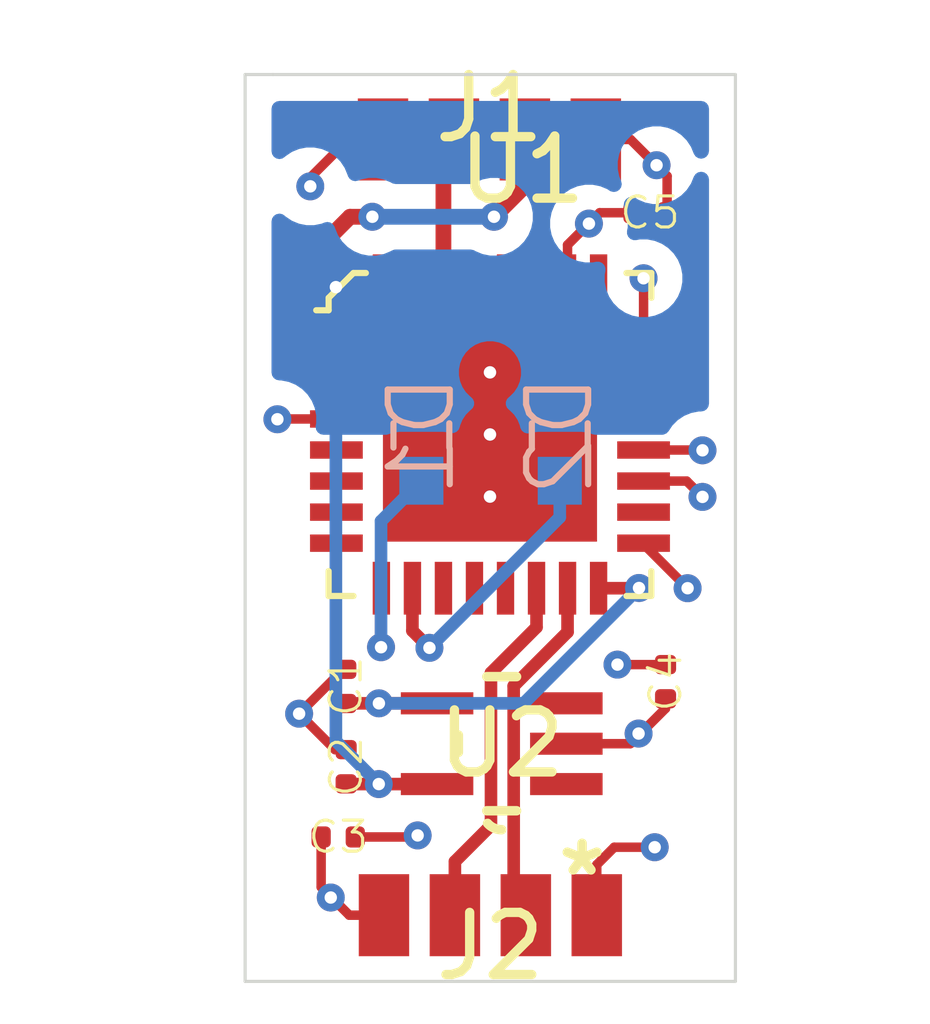
<source format=kicad_pcb>
(kicad_pcb (version 20171130) (host pcbnew "(5.1.5)-3")

  (general
    (thickness 0.8)
    (drawings 5)
    (tracks 111)
    (zones 0)
    (modules 11)
    (nets 32)
  )

  (page A4)
  (layers
    (0 F.Cu signal)
    (1 In1.Cu signal)
    (2 In2.Cu signal)
    (31 B.Cu signal)
    (32 B.Adhes user)
    (33 F.Adhes user)
    (34 B.Paste user)
    (35 F.Paste user)
    (36 B.SilkS user)
    (37 F.SilkS user)
    (38 B.Mask user)
    (39 F.Mask user)
    (40 Dwgs.User user)
    (41 Cmts.User user)
    (42 Eco1.User user)
    (43 Eco2.User user)
    (44 Edge.Cuts user)
    (45 Margin user)
    (46 B.CrtYd user)
    (47 F.CrtYd user)
    (48 B.Fab user hide)
    (49 F.Fab user hide)
  )

  (setup
    (last_trace_width 0.1524)
    (user_trace_width 0.1016)
    (user_trace_width 0.127)
    (user_trace_width 0.1524)
    (user_trace_width 0.2032)
    (user_trace_width 0.254)
    (user_trace_width 0.3048)
    (user_trace_width 0.381)
    (user_trace_width 0.508)
    (trace_clearance 0.1016)
    (zone_clearance 0.4)
    (zone_45_only no)
    (trace_min 0.1016)
    (via_size 0.35)
    (via_drill 0.15)
    (via_min_size 0.3)
    (via_min_drill 0.15)
    (user_via 0.3 0.15)
    (user_via 0.35 0.15)
    (user_via 0.45 0.2)
    (uvia_size 0.3)
    (uvia_drill 0.1)
    (uvias_allowed no)
    (uvia_min_size 0.2)
    (uvia_min_drill 0.1)
    (edge_width 0.05)
    (segment_width 0.2)
    (pcb_text_width 0.3)
    (pcb_text_size 1.5 1.5)
    (mod_edge_width 0.12)
    (mod_text_size 1 1)
    (mod_text_width 0.15)
    (pad_size 0.2 0.2)
    (pad_drill 0)
    (pad_to_mask_clearance 0.0254)
    (solder_mask_min_width 0.1016)
    (aux_axis_origin 0 0)
    (visible_elements 7FFFFFFF)
    (pcbplotparams
      (layerselection 0x010fc_ffffffff)
      (usegerberextensions false)
      (usegerberattributes false)
      (usegerberadvancedattributes false)
      (creategerberjobfile false)
      (excludeedgelayer true)
      (linewidth 0.100000)
      (plotframeref false)
      (viasonmask false)
      (mode 1)
      (useauxorigin false)
      (hpglpennumber 1)
      (hpglpenspeed 20)
      (hpglpendiameter 15.000000)
      (psnegative false)
      (psa4output false)
      (plotreference true)
      (plotvalue true)
      (plotinvisibletext false)
      (padsonsilk false)
      (subtractmaskfromsilk false)
      (outputformat 1)
      (mirror false)
      (drillshape 0)
      (scaleselection 1)
      (outputdirectory ""))
  )

  (net 0 "")
  (net 1 GND)
  (net 2 +3V3)
  (net 3 +1V8)
  (net 4 /FT-WF-URX)
  (net 5 /FT-WF-UTX)
  (net 6 VBUS)
  (net 7 /USBD-)
  (net 8 /USBD+)
  (net 9 "Net-(U1-Pad32)")
  (net 10 "Net-(U1-Pad31)")
  (net 11 "Net-(U1-Pad29)")
  (net 12 "Net-(U1-Pad28)")
  (net 13 "Net-(U1-Pad27)")
  (net 14 "Net-(U1-Pad23)")
  (net 15 "Net-(U1-Pad22)")
  (net 16 "Net-(U1-Pad21)")
  (net 17 "Net-(U1-Pad18)")
  (net 18 "Net-(U1-Pad13)")
  (net 19 "Net-(U1-Pad12)")
  (net 20 "Net-(U1-Pad11)")
  (net 21 "Net-(U1-Pad8)")
  (net 22 "Net-(U1-Pad7)")
  (net 23 "Net-(U1-Pad6)")
  (net 24 "Net-(U1-Pad5)")
  (net 25 "Net-(U1-Pad3)")
  (net 26 "Net-(U1-Pad33)")
  (net 27 "Net-(U1-Pad25)")
  (net 28 "Net-(U2-Pad1)")
  (net 29 "Net-(U2-Pad3)")
  (net 30 "Net-(D1-Pad1)")
  (net 31 "Net-(D2-Pad1)")

  (net_class Default "This is the default net class."
    (clearance 0.1016)
    (trace_width 0.1524)
    (via_dia 0.35)
    (via_drill 0.15)
    (uvia_dia 0.3)
    (uvia_drill 0.1)
    (add_net +1V8)
    (add_net +3V3)
    (add_net /FT-WF-URX)
    (add_net /FT-WF-UTX)
    (add_net /USBD+)
    (add_net /USBD-)
    (add_net GND)
    (add_net "Net-(D1-Pad1)")
    (add_net "Net-(D2-Pad1)")
    (add_net "Net-(U1-Pad11)")
    (add_net "Net-(U1-Pad12)")
    (add_net "Net-(U1-Pad13)")
    (add_net "Net-(U1-Pad18)")
    (add_net "Net-(U1-Pad21)")
    (add_net "Net-(U1-Pad22)")
    (add_net "Net-(U1-Pad23)")
    (add_net "Net-(U1-Pad25)")
    (add_net "Net-(U1-Pad27)")
    (add_net "Net-(U1-Pad28)")
    (add_net "Net-(U1-Pad29)")
    (add_net "Net-(U1-Pad3)")
    (add_net "Net-(U1-Pad31)")
    (add_net "Net-(U1-Pad32)")
    (add_net "Net-(U1-Pad33)")
    (add_net "Net-(U1-Pad5)")
    (add_net "Net-(U1-Pad6)")
    (add_net "Net-(U1-Pad7)")
    (add_net "Net-(U1-Pad8)")
    (add_net "Net-(U2-Pad1)")
    (add_net "Net-(U2-Pad3)")
    (add_net VBUS)
  )

  (module .digikey-footprints:QFN-32-1EP_5x5mm (layer F.Cu) (tedit 5F65BAA7) (tstamp 5F466F01)
    (at 148.41562 97.44506)
    (path /5F31BDA9)
    (attr smd)
    (fp_text reference U1 (at 0 -4.71) (layer F.SilkS)
      (effects (font (size 1 1) (thickness 0.15)))
    )
    (fp_text value FT232RQ-REEL (at 0 4.51) (layer F.Fab)
      (effects (font (size 1 1) (thickness 0.15)))
    )
    (fp_line (start 1.98 2.05) (end -3.02 2.05) (layer F.Fab) (width 0.1))
    (fp_line (start 1.98 -2.95) (end 1.98 2.05) (layer F.Fab) (width 0.1))
    (fp_line (start 2.08 2.15) (end 1.68 2.15) (layer F.SilkS) (width 0.1))
    (fp_line (start 2.08 1.75) (end 2.08 2.15) (layer F.SilkS) (width 0.1))
    (fp_line (start 2.08 -3.05) (end 2.08 -2.65) (layer F.SilkS) (width 0.1))
    (fp_line (start 2.08 -3.05) (end 1.68 -3.05) (layer F.SilkS) (width 0.1))
    (fp_line (start -3.12 2.15) (end -3.12 1.75) (layer F.SilkS) (width 0.1))
    (fp_line (start -2.72 2.15) (end -3.12 2.15) (layer F.SilkS) (width 0.1))
    (fp_line (start -2.62 -2.95) (end -3.02 -2.55) (layer F.Fab) (width 0.1))
    (fp_line (start -3.02 -2.55) (end -3.02 2.05) (layer F.Fab) (width 0.1))
    (fp_line (start -2.62 -2.95) (end 1.98 -2.95) (layer F.Fab) (width 0.1))
    (fp_line (start -3.12 -2.45) (end -3.32 -2.45) (layer F.SilkS) (width 0.1))
    (fp_line (start -3.12 -2.65) (end -3.12 -2.45) (layer F.SilkS) (width 0.1))
    (fp_line (start -2.72 -3.05) (end -3.12 -2.65) (layer F.SilkS) (width 0.1))
    (fp_line (start -2.52 -3.05) (end -2.72 -3.05) (layer F.SilkS) (width 0.1))
    (fp_text user %R (at -0.52 -0.45) (layer F.Fab)
      (effects (font (size 1 1) (thickness 0.15)))
    )
    (fp_line (start 2.61 2.68) (end -3.65 2.68) (layer F.CrtYd) (width 0.05))
    (fp_line (start 2.61 -3.58) (end -3.65 -3.58) (layer F.CrtYd) (width 0.05))
    (fp_line (start 2.61 -3.58) (end 2.61 2.68) (layer F.CrtYd) (width 0.05))
    (fp_line (start -3.65 2.68) (end -3.65 -3.58) (layer F.CrtYd) (width 0.05))
    (pad 32 smd rect (at -2.27 -2.925 270) (size 0.85 0.28) (layers F.Cu F.Paste F.Mask)
      (net 9 "Net-(U1-Pad32)") (solder_mask_margin 0.07))
    (pad 31 smd rect (at -1.77 -2.925 270) (size 0.85 0.28) (layers F.Cu F.Paste F.Mask)
      (net 10 "Net-(U1-Pad31)") (solder_mask_margin 0.07))
    (pad 30 smd rect (at -1.27 -2.925 270) (size 0.85 0.28) (layers F.Cu F.Paste F.Mask)
      (net 5 /FT-WF-UTX) (solder_mask_margin 0.07))
    (pad 29 smd rect (at -0.77 -2.925 270) (size 0.85 0.28) (layers F.Cu F.Paste F.Mask)
      (net 11 "Net-(U1-Pad29)") (solder_mask_margin 0.07))
    (pad 28 smd rect (at -0.27 -2.925 270) (size 0.85 0.28) (layers F.Cu F.Paste F.Mask)
      (net 12 "Net-(U1-Pad28)") (solder_mask_margin 0.07))
    (pad 27 smd rect (at 0.23 -2.925 270) (size 0.85 0.28) (layers F.Cu F.Paste F.Mask)
      (net 13 "Net-(U1-Pad27)") (solder_mask_margin 0.07))
    (pad 26 smd rect (at 0.73 -2.925 270) (size 0.85 0.28) (layers F.Cu F.Paste F.Mask)
      (net 1 GND) (solder_mask_margin 0.07))
    (pad 24 smd rect (at 1.955 -2.2 270) (size 0.28 0.85) (layers F.Cu F.Paste F.Mask)
      (net 1 GND) (solder_mask_margin 0.07))
    (pad 23 smd rect (at 1.955 -1.7 270) (size 0.28 0.85) (layers F.Cu F.Paste F.Mask)
      (net 14 "Net-(U1-Pad23)") (solder_mask_margin 0.07))
    (pad 22 smd rect (at 1.955 -1.2 270) (size 0.28 0.85) (layers F.Cu F.Paste F.Mask)
      (net 15 "Net-(U1-Pad22)") (solder_mask_margin 0.07))
    (pad 21 smd rect (at 1.955 -0.7 270) (size 0.28 0.85) (layers F.Cu F.Paste F.Mask)
      (net 16 "Net-(U1-Pad21)") (solder_mask_margin 0.07))
    (pad 20 smd rect (at 1.955 -0.2 270) (size 0.28 0.85) (layers F.Cu F.Paste F.Mask)
      (net 1 GND) (solder_mask_margin 0.07))
    (pad 19 smd rect (at 1.955 0.3 270) (size 0.28 0.85) (layers F.Cu F.Paste F.Mask)
      (net 6 VBUS) (solder_mask_margin 0.07))
    (pad 18 smd rect (at 1.955 0.8 270) (size 0.28 0.85) (layers F.Cu F.Paste F.Mask)
      (net 17 "Net-(U1-Pad18)") (solder_mask_margin 0.07))
    (pad 16 smd rect (at 1.23 2.025 270) (size 0.85 0.28) (layers F.Cu F.Paste F.Mask)
      (net 2 +3V3) (solder_mask_margin 0.07))
    (pad 15 smd rect (at 0.73 2.025 270) (size 0.85 0.28) (layers F.Cu F.Paste F.Mask)
      (net 7 /USBD-) (solder_mask_margin 0.07))
    (pad 14 smd rect (at 0.23 2.025 270) (size 0.85 0.28) (layers F.Cu F.Paste F.Mask)
      (net 8 /USBD+) (solder_mask_margin 0.07))
    (pad 13 smd rect (at -0.27 2.025 270) (size 0.85 0.28) (layers F.Cu F.Paste F.Mask)
      (net 18 "Net-(U1-Pad13)") (solder_mask_margin 0.07))
    (pad 12 smd rect (at -0.77 2.025 270) (size 0.85 0.28) (layers F.Cu F.Paste F.Mask)
      (net 19 "Net-(U1-Pad12)") (solder_mask_margin 0.07))
    (pad 11 smd rect (at -1.27 2.025 270) (size 0.85 0.28) (layers F.Cu F.Paste F.Mask)
      (net 20 "Net-(U1-Pad11)") (solder_mask_margin 0.07))
    (pad 10 smd rect (at -1.77 2.025 270) (size 0.85 0.28) (layers F.Cu F.Paste F.Mask)
      (net 31 "Net-(D2-Pad1)") (solder_mask_margin 0.07))
    (pad 8 smd rect (at -2.995 1.3 270) (size 0.28 0.85) (layers F.Cu F.Paste F.Mask)
      (net 21 "Net-(U1-Pad8)") (solder_mask_margin 0.07))
    (pad 7 smd rect (at -2.995 0.8 270) (size 0.28 0.85) (layers F.Cu F.Paste F.Mask)
      (net 22 "Net-(U1-Pad7)") (solder_mask_margin 0.07))
    (pad 6 smd rect (at -2.995 0.3 270) (size 0.28 0.85) (layers F.Cu F.Paste F.Mask)
      (net 23 "Net-(U1-Pad6)") (solder_mask_margin 0.07))
    (pad 5 smd rect (at -2.995 -0.2 270) (size 0.28 0.85) (layers F.Cu F.Paste F.Mask)
      (net 24 "Net-(U1-Pad5)") (solder_mask_margin 0.07))
    (pad 4 smd rect (at -2.995 -0.7 270) (size 0.28 0.85) (layers F.Cu F.Paste F.Mask)
      (net 1 GND) (solder_mask_margin 0.07))
    (pad 3 smd rect (at -2.995 -1.2 270) (size 0.28 0.85) (layers F.Cu F.Paste F.Mask)
      (net 25 "Net-(U1-Pad3)") (solder_mask_margin 0.07))
    (pad 2 smd rect (at -2.995 -1.7 270) (size 0.28 0.85) (layers F.Cu F.Paste F.Mask)
      (net 4 /FT-WF-URX) (solder_mask_margin 0.07))
    (pad 1 smd rect (at -2.995 -2.2 270) (size 0.28 0.85) (layers F.Cu F.Paste F.Mask)
      (net 3 +1V8) (solder_mask_margin 0.07))
    (pad 33 smd circle (at -1.52 0.55 270) (size 0.2 0.2) (layers F.Cu F.Paste F.Mask)
      (net 26 "Net-(U1-Pad33)") (solder_mask_margin 0.1))
    (pad 33 smd circle (at -1.52 -0.45 270) (size 0.2 0.2) (layers F.Cu F.Paste F.Mask)
      (net 26 "Net-(U1-Pad33)") (solder_mask_margin 0.1))
    (pad 33 smd circle (at -1.52 -1.45 270) (size 0.2 0.2) (layers F.Cu F.Paste F.Mask)
      (net 26 "Net-(U1-Pad33)") (solder_mask_margin 0.1))
    (pad 33 thru_hole circle (at -0.52 0.55 270) (size 0.2 0.2) (drill 0.2) (layers *.Cu *.Mask)
      (net 26 "Net-(U1-Pad33)") (solder_mask_margin 0.1))
    (pad 33 thru_hole circle (at -0.52 -0.45 270) (size 0.2 0.2) (drill 0.2) (layers *.Cu *.Mask)
      (net 26 "Net-(U1-Pad33)") (solder_mask_margin 0.1))
    (pad 33 thru_hole circle (at -0.52 -1.45 270) (size 0.2 0.2) (drill 0.2) (layers *.Cu *.Mask)
      (net 26 "Net-(U1-Pad33)") (solder_mask_margin 0.1))
    (pad 33 smd circle (at 0.48 0.55 270) (size 0.2 0.2) (layers F.Cu F.Paste F.Mask)
      (net 26 "Net-(U1-Pad33)") (solder_mask_margin 0.1))
    (pad 33 smd circle (at 0.48 -0.45 270) (size 0.2 0.2) (layers F.Cu F.Paste F.Mask)
      (net 26 "Net-(U1-Pad33)") (solder_mask_margin 0.1))
    (pad 33 smd circle (at 0.48 -1.45 270) (size 0.2 0.2) (layers F.Cu F.Paste F.Mask)
      (net 26 "Net-(U1-Pad33)") (solder_mask_margin 0.1))
    (pad 33 smd rect (at -0.52 -0.45 270) (size 3.45 3.45) (layers F.Cu F.Paste F.Mask)
      (net 26 "Net-(U1-Pad33)"))
    (pad 9 smd rect (at -2.27 2.025 270) (size 0.85 0.28) (layers F.Cu F.Paste F.Mask)
      (net 30 "Net-(D1-Pad1)") (solder_mask_margin 0.07))
    (pad 17 smd rect (at 1.955 1.3 270) (size 0.28 0.85) (layers F.Cu F.Paste F.Mask)
      (net 1 GND) (solder_mask_margin 0.07))
    (pad 25 smd rect (at 1.23 -2.925 270) (size 0.85 0.28) (layers F.Cu F.Paste F.Mask)
      (net 27 "Net-(U1-Pad25)") (solder_mask_margin 0.07))
  )

  (module .LED:LED_SC80X160X65L40L (layer B.Cu) (tedit 5CAF089C) (tstamp 5F65BB73)
    (at 149.02 97.01 270)
    (descr "LED, Side Lead; 2 pin, 0.80 mm L X 1.60 mm W X 0.65 mm H body")
    (path /5F666A14)
    (attr smd)
    (fp_text reference D2 (at 0 0 90) (layer B.SilkS)
      (effects (font (size 1 1) (thickness 0.1)) (justify mirror))
    )
    (fp_text value TLMY1000-GS08 (at 0 0 90) (layer B.Fab)
      (effects (font (size 1.2 1.2) (thickness 0.12)) (justify mirror))
    )
    (fp_line (start -0.95 -0.455) (end -0.95 -0.55) (layer B.CrtYd) (width 0.05))
    (fp_line (start -1.215 -0.455) (end -0.95 -0.455) (layer B.CrtYd) (width 0.05))
    (fp_line (start -1.215 0.455) (end -1.215 -0.455) (layer B.CrtYd) (width 0.05))
    (fp_line (start -0.95 0.455) (end -1.215 0.455) (layer B.CrtYd) (width 0.05))
    (fp_line (start -0.95 0.55) (end -0.95 0.455) (layer B.CrtYd) (width 0.05))
    (fp_line (start 0.95 0.55) (end -0.95 0.55) (layer B.CrtYd) (width 0.05))
    (fp_line (start 0.95 0.455) (end 0.95 0.55) (layer B.CrtYd) (width 0.05))
    (fp_line (start 1.215 0.455) (end 0.95 0.455) (layer B.CrtYd) (width 0.05))
    (fp_line (start 1.215 -0.455) (end 1.215 0.455) (layer B.CrtYd) (width 0.05))
    (fp_line (start 0.95 -0.455) (end 1.215 -0.455) (layer B.CrtYd) (width 0.05))
    (fp_line (start 0.95 -0.55) (end 0.95 -0.455) (layer B.CrtYd) (width 0.05))
    (fp_line (start -0.95 -0.55) (end 0.95 -0.55) (layer B.CrtYd) (width 0.05))
    (fp_line (start 0 0.275) (end 0 -0.275) (layer Dwgs.User) (width 0.05))
    (fp_line (start 0.275 0) (end -0.275 0) (layer Dwgs.User) (width 0.05))
    (fp_circle (center 0 0) (end 0.2062 0) (layer Dwgs.User) (width 0.05))
    (fp_line (start -0.195 -0.45) (end 0.195 -0.45) (layer B.SilkS) (width 0.1))
    (fp_line (start -0.195 0.45) (end 0.195 0.45) (layer B.SilkS) (width 0.1))
    (fp_line (start 0.85 -0.45) (end -0.85 -0.45) (layer B.Fab) (width 0.12))
    (fp_line (start 0.85 0.45) (end 0.85 -0.45) (layer B.Fab) (width 0.12))
    (fp_line (start -0.85 0.45) (end 0.85 0.45) (layer B.Fab) (width 0.12))
    (fp_line (start -0.85 -0.45) (end -0.85 0.45) (layer B.Fab) (width 0.12))
    (fp_line (start 0.8 -0.4) (end -0.8 -0.4) (layer Dwgs.User) (width 0.025))
    (fp_line (start 0.8 0.4) (end 0.8 -0.4) (layer Dwgs.User) (width 0.025))
    (fp_line (start -0.8 0.4) (end 0.8 0.4) (layer Dwgs.User) (width 0.025))
    (fp_line (start -0.8 -0.4) (end -0.8 0.4) (layer Dwgs.User) (width 0.025))
    (fp_line (start 0.8 -0.35) (end 0.4 -0.35) (layer Dwgs.User) (width 0.025))
    (fp_line (start 0.8 0.35) (end 0.8 -0.35) (layer Dwgs.User) (width 0.025))
    (fp_line (start 0.4 0.35) (end 0.8 0.35) (layer Dwgs.User) (width 0.025))
    (fp_line (start 0.4 -0.35) (end 0.4 0.35) (layer Dwgs.User) (width 0.025))
    (fp_line (start -0.8 0.35) (end -0.4 0.35) (layer Dwgs.User) (width 0.025))
    (fp_line (start -0.8 -0.35) (end -0.8 0.35) (layer Dwgs.User) (width 0.025))
    (fp_line (start -0.4 -0.35) (end -0.8 -0.35) (layer Dwgs.User) (width 0.025))
    (fp_line (start -0.4 0.35) (end -0.4 -0.35) (layer Dwgs.User) (width 0.025))
    (fp_text user %R (at 0 0 90) (layer B.Fab)
      (effects (font (size 0.5 0.5) (thickness 0.05)) (justify mirror))
    )
    (pad 1 smd rect (at 0.73 0 270) (size 0.77 0.71) (layers B.Cu B.Paste B.Mask)
      (net 31 "Net-(D2-Pad1)"))
    (pad 2 smd rect (at -0.73 0 270) (size 0.77 0.71) (layers B.Cu B.Paste B.Mask)
      (net 3 +1V8))
    (model ${KICAD_AHARONI_LAB}/Modules/LED.pretty/LED_SC80X160X65L40L.STEP
      (at (xyz 0 0 0))
      (scale (xyz 1 1 1))
      (rotate (xyz -90 0 0))
    )
  )

  (module .LED:LED_SC80X160X65L40L (layer B.Cu) (tedit 5CAF089C) (tstamp 5F65BB4B)
    (at 146.79 97.01 270)
    (descr "LED, Side Lead; 2 pin, 0.80 mm L X 1.60 mm W X 0.65 mm H body")
    (path /5F663AD2)
    (attr smd)
    (fp_text reference D1 (at 0 0 90) (layer B.SilkS)
      (effects (font (size 1 1) (thickness 0.1)) (justify mirror))
    )
    (fp_text value LTST-C190CKT (at 0 0 90) (layer B.Fab)
      (effects (font (size 1.2 1.2) (thickness 0.12)) (justify mirror))
    )
    (fp_line (start -0.95 -0.455) (end -0.95 -0.55) (layer B.CrtYd) (width 0.05))
    (fp_line (start -1.215 -0.455) (end -0.95 -0.455) (layer B.CrtYd) (width 0.05))
    (fp_line (start -1.215 0.455) (end -1.215 -0.455) (layer B.CrtYd) (width 0.05))
    (fp_line (start -0.95 0.455) (end -1.215 0.455) (layer B.CrtYd) (width 0.05))
    (fp_line (start -0.95 0.55) (end -0.95 0.455) (layer B.CrtYd) (width 0.05))
    (fp_line (start 0.95 0.55) (end -0.95 0.55) (layer B.CrtYd) (width 0.05))
    (fp_line (start 0.95 0.455) (end 0.95 0.55) (layer B.CrtYd) (width 0.05))
    (fp_line (start 1.215 0.455) (end 0.95 0.455) (layer B.CrtYd) (width 0.05))
    (fp_line (start 1.215 -0.455) (end 1.215 0.455) (layer B.CrtYd) (width 0.05))
    (fp_line (start 0.95 -0.455) (end 1.215 -0.455) (layer B.CrtYd) (width 0.05))
    (fp_line (start 0.95 -0.55) (end 0.95 -0.455) (layer B.CrtYd) (width 0.05))
    (fp_line (start -0.95 -0.55) (end 0.95 -0.55) (layer B.CrtYd) (width 0.05))
    (fp_line (start 0 0.275) (end 0 -0.275) (layer Dwgs.User) (width 0.05))
    (fp_line (start 0.275 0) (end -0.275 0) (layer Dwgs.User) (width 0.05))
    (fp_circle (center 0 0) (end 0.2062 0) (layer Dwgs.User) (width 0.05))
    (fp_line (start -0.195 -0.45) (end 0.195 -0.45) (layer B.SilkS) (width 0.1))
    (fp_line (start -0.195 0.45) (end 0.195 0.45) (layer B.SilkS) (width 0.1))
    (fp_line (start 0.85 -0.45) (end -0.85 -0.45) (layer B.Fab) (width 0.12))
    (fp_line (start 0.85 0.45) (end 0.85 -0.45) (layer B.Fab) (width 0.12))
    (fp_line (start -0.85 0.45) (end 0.85 0.45) (layer B.Fab) (width 0.12))
    (fp_line (start -0.85 -0.45) (end -0.85 0.45) (layer B.Fab) (width 0.12))
    (fp_line (start 0.8 -0.4) (end -0.8 -0.4) (layer Dwgs.User) (width 0.025))
    (fp_line (start 0.8 0.4) (end 0.8 -0.4) (layer Dwgs.User) (width 0.025))
    (fp_line (start -0.8 0.4) (end 0.8 0.4) (layer Dwgs.User) (width 0.025))
    (fp_line (start -0.8 -0.4) (end -0.8 0.4) (layer Dwgs.User) (width 0.025))
    (fp_line (start 0.8 -0.35) (end 0.4 -0.35) (layer Dwgs.User) (width 0.025))
    (fp_line (start 0.8 0.35) (end 0.8 -0.35) (layer Dwgs.User) (width 0.025))
    (fp_line (start 0.4 0.35) (end 0.8 0.35) (layer Dwgs.User) (width 0.025))
    (fp_line (start 0.4 -0.35) (end 0.4 0.35) (layer Dwgs.User) (width 0.025))
    (fp_line (start -0.8 0.35) (end -0.4 0.35) (layer Dwgs.User) (width 0.025))
    (fp_line (start -0.8 -0.35) (end -0.8 0.35) (layer Dwgs.User) (width 0.025))
    (fp_line (start -0.4 -0.35) (end -0.8 -0.35) (layer Dwgs.User) (width 0.025))
    (fp_line (start -0.4 0.35) (end -0.4 -0.35) (layer Dwgs.User) (width 0.025))
    (fp_text user %R (at 0 0 90) (layer B.Fab)
      (effects (font (size 0.5 0.5) (thickness 0.05)) (justify mirror))
    )
    (pad 1 smd rect (at 0.73 0 270) (size 0.77 0.71) (layers B.Cu B.Paste B.Mask)
      (net 30 "Net-(D1-Pad1)"))
    (pad 2 smd rect (at -0.73 0 270) (size 0.77 0.71) (layers B.Cu B.Paste B.Mask)
      (net 3 +1V8))
    (model ${KICAD_AHARONI_LAB}/Modules/LED.pretty/LED_SC80X160X65L40L.STEP
      (at (xyz 0 0 0))
      (scale (xyz 1 1 1))
      (rotate (xyz -90 0 0))
    )
  )

  (module .Capacitor:C_0201_0603Metric_L (layer F.Cu) (tedit 5CF5D71B) (tstamp 5F597B2D)
    (at 150.475 93.425 180)
    (descr "Capacitor, Chip; 0.60 mm L X 0.30 mm W X 0.33 mm H body")
    (path /5F47735A)
    (attr smd)
    (fp_text reference C5 (at 0 0) (layer F.Fab)
      (effects (font (size 1 1) (thickness 0.1)))
    )
    (fp_text value GRM033R71A103KA01D (at 0 0) (layer F.Fab)
      (effects (font (size 1.2 1.2) (thickness 0.12)))
    )
    (fp_line (start 0 -0.135) (end 0 0.135) (layer F.CrtYd) (width 0.05))
    (fp_line (start 0.135 0) (end -0.135 0) (layer F.CrtYd) (width 0.05))
    (fp_circle (center 0 0) (end 0 0.1013) (layer F.CrtYd) (width 0.05))
    (fp_line (start 0.53 0.27) (end -0.53 0.27) (layer F.CrtYd) (width 0.05))
    (fp_line (start 0.53 -0.27) (end 0.53 0.27) (layer F.CrtYd) (width 0.05))
    (fp_line (start -0.53 -0.27) (end 0.53 -0.27) (layer F.CrtYd) (width 0.05))
    (fp_line (start -0.53 0.27) (end -0.53 -0.27) (layer F.CrtYd) (width 0.05))
    (fp_line (start 0.32 0.17) (end -0.32 0.17) (layer F.Fab) (width 0.12))
    (fp_line (start 0.32 -0.17) (end 0.32 0.17) (layer F.Fab) (width 0.12))
    (fp_line (start -0.32 -0.17) (end 0.32 -0.17) (layer F.Fab) (width 0.12))
    (fp_line (start -0.32 0.17) (end -0.32 -0.17) (layer F.Fab) (width 0.12))
    (fp_line (start 0.3 0.15) (end -0.3 0.15) (layer Dwgs.User) (width 0.025))
    (fp_line (start 0.3 -0.15) (end 0.3 0.15) (layer Dwgs.User) (width 0.025))
    (fp_line (start -0.3 -0.15) (end 0.3 -0.15) (layer Dwgs.User) (width 0.025))
    (fp_line (start -0.3 0.15) (end -0.3 -0.15) (layer Dwgs.User) (width 0.025))
    (fp_line (start 0.3 0.15) (end 0.15 0.15) (layer Dwgs.User) (width 0.025))
    (fp_line (start 0.3 -0.15) (end 0.3 0.15) (layer Dwgs.User) (width 0.025))
    (fp_line (start 0.15 -0.15) (end 0.3 -0.15) (layer Dwgs.User) (width 0.025))
    (fp_line (start 0.15 0.15) (end 0.15 -0.15) (layer Dwgs.User) (width 0.025))
    (fp_line (start -0.3 -0.15) (end -0.15 -0.15) (layer Dwgs.User) (width 0.025))
    (fp_line (start -0.3 0.15) (end -0.3 -0.15) (layer Dwgs.User) (width 0.025))
    (fp_line (start -0.15 0.15) (end -0.3 0.15) (layer Dwgs.User) (width 0.025))
    (fp_line (start -0.15 -0.15) (end -0.15 0.15) (layer Dwgs.User) (width 0.025))
    (fp_text user %R (at 0 0) (layer F.SilkS)
      (effects (font (size 0.5 0.5) (thickness 0.05)))
    )
    (pad 2 smd roundrect (at 0.275 0 180) (size 0.31 0.34) (layers F.Cu F.Paste F.Mask) (roundrect_rratio 0.25)
      (net 1 GND))
    (pad 1 smd roundrect (at -0.275 0 180) (size 0.31 0.34) (layers F.Cu F.Paste F.Mask) (roundrect_rratio 0.25)
      (net 6 VBUS))
    (model ${KICAD_AHARONI_LAB}/Modules/Capacitor.pretty/C_0201_0603Metric_L.STEP
      (at (xyz 0 0 0))
      (scale (xyz 1 1 1))
      (rotate (xyz -90 0 0))
    )
  )

  (module .Capacitor:C_0201_0603Metric_L (layer F.Cu) (tedit 5CF5D71B) (tstamp 5F46726E)
    (at 150.725 100.975 270)
    (descr "Capacitor, Chip; 0.60 mm L X 0.30 mm W X 0.33 mm H body")
    (path /5F476B66)
    (attr smd)
    (fp_text reference C4 (at 0 0 90) (layer F.Fab)
      (effects (font (size 1 1) (thickness 0.1)))
    )
    (fp_text value GRM033R61A104ME15D (at 0 0 90) (layer F.Fab)
      (effects (font (size 1.2 1.2) (thickness 0.12)))
    )
    (fp_line (start 0 -0.135) (end 0 0.135) (layer F.CrtYd) (width 0.05))
    (fp_line (start 0.135 0) (end -0.135 0) (layer F.CrtYd) (width 0.05))
    (fp_circle (center 0 0) (end 0 0.1013) (layer F.CrtYd) (width 0.05))
    (fp_line (start 0.53 0.27) (end -0.53 0.27) (layer F.CrtYd) (width 0.05))
    (fp_line (start 0.53 -0.27) (end 0.53 0.27) (layer F.CrtYd) (width 0.05))
    (fp_line (start -0.53 -0.27) (end 0.53 -0.27) (layer F.CrtYd) (width 0.05))
    (fp_line (start -0.53 0.27) (end -0.53 -0.27) (layer F.CrtYd) (width 0.05))
    (fp_line (start 0.32 0.17) (end -0.32 0.17) (layer F.Fab) (width 0.12))
    (fp_line (start 0.32 -0.17) (end 0.32 0.17) (layer F.Fab) (width 0.12))
    (fp_line (start -0.32 -0.17) (end 0.32 -0.17) (layer F.Fab) (width 0.12))
    (fp_line (start -0.32 0.17) (end -0.32 -0.17) (layer F.Fab) (width 0.12))
    (fp_line (start 0.3 0.15) (end -0.3 0.15) (layer Dwgs.User) (width 0.025))
    (fp_line (start 0.3 -0.15) (end 0.3 0.15) (layer Dwgs.User) (width 0.025))
    (fp_line (start -0.3 -0.15) (end 0.3 -0.15) (layer Dwgs.User) (width 0.025))
    (fp_line (start -0.3 0.15) (end -0.3 -0.15) (layer Dwgs.User) (width 0.025))
    (fp_line (start 0.3 0.15) (end 0.15 0.15) (layer Dwgs.User) (width 0.025))
    (fp_line (start 0.3 -0.15) (end 0.3 0.15) (layer Dwgs.User) (width 0.025))
    (fp_line (start 0.15 -0.15) (end 0.3 -0.15) (layer Dwgs.User) (width 0.025))
    (fp_line (start 0.15 0.15) (end 0.15 -0.15) (layer Dwgs.User) (width 0.025))
    (fp_line (start -0.3 -0.15) (end -0.15 -0.15) (layer Dwgs.User) (width 0.025))
    (fp_line (start -0.3 0.15) (end -0.3 -0.15) (layer Dwgs.User) (width 0.025))
    (fp_line (start -0.15 0.15) (end -0.3 0.15) (layer Dwgs.User) (width 0.025))
    (fp_line (start -0.15 -0.15) (end -0.15 0.15) (layer Dwgs.User) (width 0.025))
    (fp_text user %R (at 0 0 90) (layer F.SilkS)
      (effects (font (size 0.5 0.5) (thickness 0.05)))
    )
    (pad 2 smd roundrect (at 0.275 0 270) (size 0.31 0.34) (layers F.Cu F.Paste F.Mask) (roundrect_rratio 0.25)
      (net 1 GND))
    (pad 1 smd roundrect (at -0.275 0 270) (size 0.31 0.34) (layers F.Cu F.Paste F.Mask) (roundrect_rratio 0.25)
      (net 6 VBUS))
    (model ${KICAD_AHARONI_LAB}/Modules/Capacitor.pretty/C_0201_0603Metric_L.STEP
      (at (xyz 0 0 0))
      (scale (xyz 1 1 1))
      (rotate (xyz -90 0 0))
    )
  )

  (module .Capacitor:C_0201_0603Metric_L (layer F.Cu) (tedit 5CF5D71B) (tstamp 5F467250)
    (at 145.45 103.475)
    (descr "Capacitor, Chip; 0.60 mm L X 0.30 mm W X 0.33 mm H body")
    (path /5F4732EF)
    (attr smd)
    (fp_text reference C3 (at 0 0) (layer F.Fab)
      (effects (font (size 1 1) (thickness 0.1)))
    )
    (fp_text value GRM033R71A103KA01D (at 0 0) (layer F.Fab)
      (effects (font (size 1.2 1.2) (thickness 0.12)))
    )
    (fp_line (start 0 -0.135) (end 0 0.135) (layer F.CrtYd) (width 0.05))
    (fp_line (start 0.135 0) (end -0.135 0) (layer F.CrtYd) (width 0.05))
    (fp_circle (center 0 0) (end 0 0.1013) (layer F.CrtYd) (width 0.05))
    (fp_line (start 0.53 0.27) (end -0.53 0.27) (layer F.CrtYd) (width 0.05))
    (fp_line (start 0.53 -0.27) (end 0.53 0.27) (layer F.CrtYd) (width 0.05))
    (fp_line (start -0.53 -0.27) (end 0.53 -0.27) (layer F.CrtYd) (width 0.05))
    (fp_line (start -0.53 0.27) (end -0.53 -0.27) (layer F.CrtYd) (width 0.05))
    (fp_line (start 0.32 0.17) (end -0.32 0.17) (layer F.Fab) (width 0.12))
    (fp_line (start 0.32 -0.17) (end 0.32 0.17) (layer F.Fab) (width 0.12))
    (fp_line (start -0.32 -0.17) (end 0.32 -0.17) (layer F.Fab) (width 0.12))
    (fp_line (start -0.32 0.17) (end -0.32 -0.17) (layer F.Fab) (width 0.12))
    (fp_line (start 0.3 0.15) (end -0.3 0.15) (layer Dwgs.User) (width 0.025))
    (fp_line (start 0.3 -0.15) (end 0.3 0.15) (layer Dwgs.User) (width 0.025))
    (fp_line (start -0.3 -0.15) (end 0.3 -0.15) (layer Dwgs.User) (width 0.025))
    (fp_line (start -0.3 0.15) (end -0.3 -0.15) (layer Dwgs.User) (width 0.025))
    (fp_line (start 0.3 0.15) (end 0.15 0.15) (layer Dwgs.User) (width 0.025))
    (fp_line (start 0.3 -0.15) (end 0.3 0.15) (layer Dwgs.User) (width 0.025))
    (fp_line (start 0.15 -0.15) (end 0.3 -0.15) (layer Dwgs.User) (width 0.025))
    (fp_line (start 0.15 0.15) (end 0.15 -0.15) (layer Dwgs.User) (width 0.025))
    (fp_line (start -0.3 -0.15) (end -0.15 -0.15) (layer Dwgs.User) (width 0.025))
    (fp_line (start -0.3 0.15) (end -0.3 -0.15) (layer Dwgs.User) (width 0.025))
    (fp_line (start -0.15 0.15) (end -0.3 0.15) (layer Dwgs.User) (width 0.025))
    (fp_line (start -0.15 -0.15) (end -0.15 0.15) (layer Dwgs.User) (width 0.025))
    (fp_text user %R (at 0 0) (layer F.SilkS)
      (effects (font (size 0.5 0.5) (thickness 0.05)))
    )
    (pad 2 smd roundrect (at 0.275 0) (size 0.31 0.34) (layers F.Cu F.Paste F.Mask) (roundrect_rratio 0.25)
      (net 1 GND))
    (pad 1 smd roundrect (at -0.275 0) (size 0.31 0.34) (layers F.Cu F.Paste F.Mask) (roundrect_rratio 0.25)
      (net 6 VBUS))
    (model ${KICAD_AHARONI_LAB}/Modules/Capacitor.pretty/C_0201_0603Metric_L.STEP
      (at (xyz 0 0 0))
      (scale (xyz 1 1 1))
      (rotate (xyz -90 0 0))
    )
  )

  (module .Package_SOT:DCK5 (layer F.Cu) (tedit 5F465BEE) (tstamp 5F46BE87)
    (at 148.08454 101.97338 180)
    (path /5F467060)
    (fp_text reference U2 (at 0 0) (layer F.SilkS)
      (effects (font (size 1 1) (thickness 0.15)))
    )
    (fp_text value TPS79718DCKR (at 0 0) (layer F.Fab)
      (effects (font (size 1 1) (thickness 0.15)))
    )
    (fp_text user * (at -1.2954 -2.1486) (layer F.SilkS)
      (effects (font (size 1 1) (thickness 0.15)))
    )
    (fp_text user * (at -1.2954 -2.1486) (layer F.Fab)
      (effects (font (size 1 1) (thickness 0.15)))
    )
    (fp_text user * (at -1.2954 -2.1486) (layer F.Fab)
      (effects (font (size 1 1) (thickness 0.15)))
    )
    (fp_text user * (at -1.2954 -2.1486) (layer F.SilkS)
      (effects (font (size 1 1) (thickness 0.15)))
    )
    (fp_line (start -0.239571 1.0795) (end 0.239571 1.0795) (layer F.SilkS) (width 0.1524))
    (fp_line (start 0.6985 0.139459) (end 0.6985 -0.139459) (layer F.SilkS) (width 0.1524))
    (fp_line (start 0.239571 -1.0795) (end -0.239571 -1.0795) (layer F.SilkS) (width 0.1524))
    (fp_line (start -0.6985 1.0795) (end 0.6985 1.0795) (layer F.Fab) (width 0.1524))
    (fp_line (start 0.6985 1.0795) (end 0.6985 -1.0795) (layer F.Fab) (width 0.1524))
    (fp_line (start 0.6985 -1.0795) (end -0.6985 -1.0795) (layer F.Fab) (width 0.1524))
    (fp_line (start -0.6985 -1.0795) (end -0.6985 1.0795) (layer F.Fab) (width 0.1524))
    (fp_line (start -0.6985 -0.4976) (end -0.6985 -0.8024) (layer F.Fab) (width 0.1524))
    (fp_line (start -0.6985 -0.8024) (end -1.1938 -0.8024) (layer F.Fab) (width 0.1524))
    (fp_line (start -1.1938 -0.8024) (end -1.1938 -0.4976) (layer F.Fab) (width 0.1524))
    (fp_line (start -1.1938 -0.4976) (end -0.6985 -0.4976) (layer F.Fab) (width 0.1524))
    (fp_line (start -0.6985 0.1524) (end -0.6985 -0.1524) (layer F.Fab) (width 0.1524))
    (fp_line (start -0.6985 -0.1524) (end -1.1938 -0.1524) (layer F.Fab) (width 0.1524))
    (fp_line (start -1.1938 -0.1524) (end -1.1938 0.1524) (layer F.Fab) (width 0.1524))
    (fp_line (start -1.1938 0.1524) (end -0.6985 0.1524) (layer F.Fab) (width 0.1524))
    (fp_line (start -0.6985 0.8024) (end -0.6985 0.4976) (layer F.Fab) (width 0.1524))
    (fp_line (start -0.6985 0.4976) (end -1.1938 0.4976) (layer F.Fab) (width 0.1524))
    (fp_line (start -1.1938 0.4976) (end -1.1938 0.8024) (layer F.Fab) (width 0.1524))
    (fp_line (start -1.1938 0.8024) (end -0.6985 0.8024) (layer F.Fab) (width 0.1524))
    (fp_line (start 0.6985 0.4976) (end 0.6985 0.8024) (layer F.Fab) (width 0.1524))
    (fp_line (start 0.6985 0.8024) (end 1.1938 0.8024) (layer F.Fab) (width 0.1524))
    (fp_line (start 1.1938 0.8024) (end 1.1938 0.4976) (layer F.Fab) (width 0.1524))
    (fp_line (start 1.1938 0.4976) (end 0.6985 0.4976) (layer F.Fab) (width 0.1524))
    (fp_line (start 0.6985 -0.8024) (end 0.6985 -0.4976) (layer F.Fab) (width 0.1524))
    (fp_line (start 0.6985 -0.4976) (end 1.1938 -0.4976) (layer F.Fab) (width 0.1524))
    (fp_line (start 1.1938 -0.4976) (end 1.1938 -0.8024) (layer F.Fab) (width 0.1524))
    (fp_line (start 1.1938 -0.8024) (end 0.6985 -0.8024) (layer F.Fab) (width 0.1524))
    (fp_line (start -1.8796 1.3335) (end -1.8796 -1.3335) (layer F.CrtYd) (width 0.1524))
    (fp_line (start -1.8796 -1.3335) (end 1.8796 -1.3335) (layer F.CrtYd) (width 0.1524))
    (fp_line (start 1.8796 -1.3335) (end 1.8796 1.3335) (layer F.CrtYd) (width 0.1524))
    (fp_line (start 1.8796 1.3335) (end -1.8796 1.3335) (layer F.CrtYd) (width 0.1524))
    (fp_arc (start 0 -1.0795) (end 0 -1.3843) (angle 48.200378) (layer F.SilkS) (width 0.1524))
    (fp_arc (start 0 -1.0795) (end 0.3048 -1.0795) (angle 180) (layer F.Fab) (width 0.1524))
    (pad 1 smd rect (at -1.0414 -0.649999 180) (size 1.1684 0.3556) (layers F.Cu F.Paste F.Mask)
      (net 28 "Net-(U2-Pad1)"))
    (pad 2 smd rect (at -1.0414 0 180) (size 1.1684 0.3556) (layers F.Cu F.Paste F.Mask)
      (net 1 GND))
    (pad 3 smd rect (at -1.0414 0.649999 180) (size 1.1684 0.3556) (layers F.Cu F.Paste F.Mask)
      (net 29 "Net-(U2-Pad3)"))
    (pad 4 smd rect (at 1.0414 0.649999 180) (size 1.1684 0.3556) (layers F.Cu F.Paste F.Mask)
      (net 2 +3V3))
    (pad 5 smd rect (at 1.0414 -0.649999 180) (size 1.1684 0.3556) (layers F.Cu F.Paste F.Mask)
      (net 3 +1V8))
    (model "C:/Users/raymo/Downloads/ul_TPS79718DCKR (1)/STEP/DCK0005A.stp"
      (at (xyz 0 0 0))
      (scale (xyz 1 1 1))
      (rotate (xyz 0 0 0))
    )
  )

  (module .Connector:1x4_USB (layer F.Cu) (tedit 5F2B02B3) (tstamp 5F466EBF)
    (at 147.90166 104.73436)
    (path /5F3300F4)
    (attr smd)
    (fp_text reference J2 (at 0 0.5) (layer F.SilkS)
      (effects (font (size 1 1) (thickness 0.15)))
    )
    (fp_text value Conn_01x04 (at 0 -0.5) (layer F.Fab)
      (effects (font (size 1 1) (thickness 0.15)))
    )
    (pad 3 smd rect (at 0.5715 0) (size 0.8128 1.3208) (layers F.Cu F.Paste F.Mask)
      (net 7 /USBD-))
    (pad 4 smd rect (at 1.7145 0) (size 0.8128 1.3208) (layers F.Cu F.Paste F.Mask)
      (net 1 GND))
    (pad 2 smd rect (at -0.5715 0) (size 0.8128 1.3208) (layers F.Cu F.Paste F.Mask)
      (net 8 /USBD+))
    (pad 1 smd rect (at -1.7145 0) (size 0.8128 1.3208) (layers F.Cu F.Paste F.Mask)
      (net 6 VBUS))
  )

  (module .Connector:1x4_USB (layer F.Cu) (tedit 5F2B02B3) (tstamp 5F466EB7)
    (at 147.88642 92.24518 180)
    (path /5F32EBDF)
    (attr smd)
    (fp_text reference J1 (at 0 0.5) (layer F.SilkS)
      (effects (font (size 1 1) (thickness 0.15)))
    )
    (fp_text value Conn_01x04 (at 0 -0.5) (layer F.Fab)
      (effects (font (size 1 1) (thickness 0.15)))
    )
    (pad 3 smd rect (at 0.5715 0 180) (size 0.8128 1.3208) (layers F.Cu F.Paste F.Mask)
      (net 5 /FT-WF-UTX))
    (pad 4 smd rect (at 1.7145 0 180) (size 0.8128 1.3208) (layers F.Cu F.Paste F.Mask)
      (net 1 GND))
    (pad 2 smd rect (at -0.5715 0 180) (size 0.8128 1.3208) (layers F.Cu F.Paste F.Mask)
      (net 4 /FT-WF-URX))
    (pad 1 smd rect (at -1.7145 0 180) (size 0.8128 1.3208) (layers F.Cu F.Paste F.Mask)
      (net 6 VBUS))
  )

  (module .Capacitor:C_0201_0603Metric_L (layer F.Cu) (tedit 5CF5D71B) (tstamp 5F466EAF)
    (at 145.57756 102.34422 90)
    (descr "Capacitor, Chip; 0.60 mm L X 0.30 mm W X 0.33 mm H body")
    (path /5F46BA7F)
    (attr smd)
    (fp_text reference C2 (at 0 0 90) (layer F.Fab)
      (effects (font (size 1 1) (thickness 0.1)))
    )
    (fp_text value CC0201MRX5R4BB474 (at 0 0 90) (layer F.Fab)
      (effects (font (size 1.2 1.2) (thickness 0.12)))
    )
    (fp_line (start 0 -0.135) (end 0 0.135) (layer F.CrtYd) (width 0.05))
    (fp_line (start 0.135 0) (end -0.135 0) (layer F.CrtYd) (width 0.05))
    (fp_circle (center 0 0) (end 0 0.1013) (layer F.CrtYd) (width 0.05))
    (fp_line (start 0.53 0.27) (end -0.53 0.27) (layer F.CrtYd) (width 0.05))
    (fp_line (start 0.53 -0.27) (end 0.53 0.27) (layer F.CrtYd) (width 0.05))
    (fp_line (start -0.53 -0.27) (end 0.53 -0.27) (layer F.CrtYd) (width 0.05))
    (fp_line (start -0.53 0.27) (end -0.53 -0.27) (layer F.CrtYd) (width 0.05))
    (fp_line (start 0.32 0.17) (end -0.32 0.17) (layer F.Fab) (width 0.12))
    (fp_line (start 0.32 -0.17) (end 0.32 0.17) (layer F.Fab) (width 0.12))
    (fp_line (start -0.32 -0.17) (end 0.32 -0.17) (layer F.Fab) (width 0.12))
    (fp_line (start -0.32 0.17) (end -0.32 -0.17) (layer F.Fab) (width 0.12))
    (fp_line (start 0.3 0.15) (end -0.3 0.15) (layer Dwgs.User) (width 0.025))
    (fp_line (start 0.3 -0.15) (end 0.3 0.15) (layer Dwgs.User) (width 0.025))
    (fp_line (start -0.3 -0.15) (end 0.3 -0.15) (layer Dwgs.User) (width 0.025))
    (fp_line (start -0.3 0.15) (end -0.3 -0.15) (layer Dwgs.User) (width 0.025))
    (fp_line (start 0.3 0.15) (end 0.15 0.15) (layer Dwgs.User) (width 0.025))
    (fp_line (start 0.3 -0.15) (end 0.3 0.15) (layer Dwgs.User) (width 0.025))
    (fp_line (start 0.15 -0.15) (end 0.3 -0.15) (layer Dwgs.User) (width 0.025))
    (fp_line (start 0.15 0.15) (end 0.15 -0.15) (layer Dwgs.User) (width 0.025))
    (fp_line (start -0.3 -0.15) (end -0.15 -0.15) (layer Dwgs.User) (width 0.025))
    (fp_line (start -0.3 0.15) (end -0.3 -0.15) (layer Dwgs.User) (width 0.025))
    (fp_line (start -0.15 0.15) (end -0.3 0.15) (layer Dwgs.User) (width 0.025))
    (fp_line (start -0.15 -0.15) (end -0.15 0.15) (layer Dwgs.User) (width 0.025))
    (fp_text user %R (at 0 0 90) (layer F.SilkS)
      (effects (font (size 0.5 0.5) (thickness 0.05)))
    )
    (pad 2 smd roundrect (at 0.275 0 90) (size 0.31 0.34) (layers F.Cu F.Paste F.Mask) (roundrect_rratio 0.25)
      (net 1 GND))
    (pad 1 smd roundrect (at -0.275 0 90) (size 0.31 0.34) (layers F.Cu F.Paste F.Mask) (roundrect_rratio 0.25)
      (net 3 +1V8))
    (model ${KICAD_AHARONI_LAB}/Modules/Capacitor.pretty/C_0201_0603Metric_L.STEP
      (at (xyz 0 0 0))
      (scale (xyz 1 1 1))
      (rotate (xyz -90 0 0))
    )
  )

  (module .Capacitor:C_0201_0603Metric_L (layer F.Cu) (tedit 5CF5D71B) (tstamp 5F46C0F4)
    (at 145.57248 101.05136 90)
    (descr "Capacitor, Chip; 0.60 mm L X 0.30 mm W X 0.33 mm H body")
    (path /5F332BE7)
    (attr smd)
    (fp_text reference C1 (at 0 0 90) (layer F.Fab)
      (effects (font (size 1 1) (thickness 0.1)))
    )
    (fp_text value GRM033R61A104ME15D (at 0 0 90) (layer F.Fab)
      (effects (font (size 1.2 1.2) (thickness 0.12)))
    )
    (fp_line (start 0 -0.135) (end 0 0.135) (layer F.CrtYd) (width 0.05))
    (fp_line (start 0.135 0) (end -0.135 0) (layer F.CrtYd) (width 0.05))
    (fp_circle (center 0 0) (end 0 0.1013) (layer F.CrtYd) (width 0.05))
    (fp_line (start 0.53 0.27) (end -0.53 0.27) (layer F.CrtYd) (width 0.05))
    (fp_line (start 0.53 -0.27) (end 0.53 0.27) (layer F.CrtYd) (width 0.05))
    (fp_line (start -0.53 -0.27) (end 0.53 -0.27) (layer F.CrtYd) (width 0.05))
    (fp_line (start -0.53 0.27) (end -0.53 -0.27) (layer F.CrtYd) (width 0.05))
    (fp_line (start 0.32 0.17) (end -0.32 0.17) (layer F.Fab) (width 0.12))
    (fp_line (start 0.32 -0.17) (end 0.32 0.17) (layer F.Fab) (width 0.12))
    (fp_line (start -0.32 -0.17) (end 0.32 -0.17) (layer F.Fab) (width 0.12))
    (fp_line (start -0.32 0.17) (end -0.32 -0.17) (layer F.Fab) (width 0.12))
    (fp_line (start 0.3 0.15) (end -0.3 0.15) (layer Dwgs.User) (width 0.025))
    (fp_line (start 0.3 -0.15) (end 0.3 0.15) (layer Dwgs.User) (width 0.025))
    (fp_line (start -0.3 -0.15) (end 0.3 -0.15) (layer Dwgs.User) (width 0.025))
    (fp_line (start -0.3 0.15) (end -0.3 -0.15) (layer Dwgs.User) (width 0.025))
    (fp_line (start 0.3 0.15) (end 0.15 0.15) (layer Dwgs.User) (width 0.025))
    (fp_line (start 0.3 -0.15) (end 0.3 0.15) (layer Dwgs.User) (width 0.025))
    (fp_line (start 0.15 -0.15) (end 0.3 -0.15) (layer Dwgs.User) (width 0.025))
    (fp_line (start 0.15 0.15) (end 0.15 -0.15) (layer Dwgs.User) (width 0.025))
    (fp_line (start -0.3 -0.15) (end -0.15 -0.15) (layer Dwgs.User) (width 0.025))
    (fp_line (start -0.3 0.15) (end -0.3 -0.15) (layer Dwgs.User) (width 0.025))
    (fp_line (start -0.15 0.15) (end -0.3 0.15) (layer Dwgs.User) (width 0.025))
    (fp_line (start -0.15 -0.15) (end -0.15 0.15) (layer Dwgs.User) (width 0.025))
    (fp_text user %R (at 0 0 90) (layer F.SilkS)
      (effects (font (size 0.5 0.5) (thickness 0.05)))
    )
    (pad 2 smd roundrect (at 0.275 0 90) (size 0.31 0.34) (layers F.Cu F.Paste F.Mask) (roundrect_rratio 0.25)
      (net 1 GND))
    (pad 1 smd roundrect (at -0.275 0 90) (size 0.31 0.34) (layers F.Cu F.Paste F.Mask) (roundrect_rratio 0.25)
      (net 2 +3V3))
    (model ${KICAD_AHARONI_LAB}/Modules/Capacitor.pretty/C_0201_0603Metric_L.STEP
      (at (xyz 0 0 0))
      (scale (xyz 1 1 1))
      (rotate (xyz -90 0 0))
    )
  )

  (gr_line (start 143.95 91.2) (end 144.4 91.2) (layer Edge.Cuts) (width 0.05) (tstamp 5F59828B))
  (gr_line (start 143.95 105.8) (end 143.95 91.2) (layer Edge.Cuts) (width 0.05))
  (gr_line (start 151.85 105.8) (end 143.95 105.8) (layer Edge.Cuts) (width 0.05))
  (gr_line (start 151.85 91.2) (end 151.85 105.8) (layer Edge.Cuts) (width 0.05))
  (gr_line (start 144.4 91.2) (end 151.85 91.2) (layer Edge.Cuts) (width 0.05))

  (segment (start 149.14562 93.94266) (end 149.14562 94.52006) (width 0.1524) (layer F.Cu) (net 1))
  (segment (start 150.2 93.425) (end 149.66328 93.425) (width 0.1524) (layer F.Cu) (net 1))
  (via (at 145 93) (size 0.45) (drill 0.2) (layers F.Cu B.Cu) (net 1))
  (segment (start 145 92.8583) (end 145 93) (width 0.1524) (layer F.Cu) (net 1))
  (segment (start 146.17192 92.24518) (end 145.61312 92.24518) (width 0.1524) (layer F.Cu) (net 1))
  (segment (start 145.61312 92.24518) (end 145 92.8583) (width 0.1524) (layer F.Cu) (net 1))
  (via (at 149.49 93.6) (size 0.45) (drill 0.2) (layers F.Cu B.Cu) (net 1))
  (segment (start 149.48914 93.59914) (end 149.49 93.6) (width 0.1524) (layer F.Cu) (net 1))
  (segment (start 149.48914 93.59914) (end 149.14562 93.94266) (width 0.1524) (layer F.Cu) (net 1))
  (segment (start 149.66328 93.425) (end 149.48914 93.59914) (width 0.1524) (layer F.Cu) (net 1))
  (via (at 150.37 94.48) (size 0.45) (drill 0.2) (layers F.Cu B.Cu) (net 1))
  (segment (start 150.37062 95.24506) (end 150.37062 94.48062) (width 0.1524) (layer F.Cu) (net 1))
  (segment (start 150.37062 94.48062) (end 150.37 94.48) (width 0.1524) (layer F.Cu) (net 1))
  (via (at 151.32 97.25) (size 0.45) (drill 0.2) (layers F.Cu B.Cu) (net 1))
  (segment (start 150.37062 97.24506) (end 151.31506 97.24506) (width 0.1524) (layer F.Cu) (net 1))
  (segment (start 151.31506 97.24506) (end 151.32 97.25) (width 0.1524) (layer F.Cu) (net 1))
  (via (at 151.08 99.47) (size 0.45) (drill 0.2) (layers F.Cu B.Cu) (net 1))
  (segment (start 150.37062 98.74506) (end 150.37062 98.76062) (width 0.1524) (layer F.Cu) (net 1))
  (segment (start 150.37062 98.76062) (end 151.08 99.47) (width 0.1524) (layer F.Cu) (net 1))
  (via (at 144.47 96.75) (size 0.45) (drill 0.2) (layers F.Cu B.Cu) (net 1))
  (segment (start 145.42062 96.74506) (end 144.47494 96.74506) (width 0.1524) (layer F.Cu) (net 1))
  (segment (start 144.47494 96.74506) (end 144.47 96.75) (width 0.1524) (layer F.Cu) (net 1))
  (segment (start 150.725 101.405) (end 150.725 101.25) (width 0.1524) (layer F.Cu) (net 1))
  (segment (start 149.12594 101.97338) (end 150.15662 101.97338) (width 0.1524) (layer F.Cu) (net 1))
  (segment (start 150.37 101.73) (end 150.29 101.81) (width 0.1524) (layer F.Cu) (net 1))
  (segment (start 150.4 101.73) (end 150.37 101.73) (width 0.1524) (layer F.Cu) (net 1))
  (via (at 150.29 101.81) (size 0.45) (drill 0.2) (layers F.Cu B.Cu) (net 1))
  (segment (start 150.4 101.73) (end 150.725 101.405) (width 0.1524) (layer F.Cu) (net 1))
  (segment (start 150.15662 101.97338) (end 150.4 101.73) (width 0.1524) (layer F.Cu) (net 1))
  (via (at 144.82 101.49) (size 0.45) (drill 0.2) (layers F.Cu B.Cu) (net 1))
  (segment (start 145.57756 102.06922) (end 145.39922 102.06922) (width 0.1524) (layer F.Cu) (net 1))
  (segment (start 145.39922 102.06922) (end 144.82 101.49) (width 0.1524) (layer F.Cu) (net 1))
  (segment (start 145.53364 100.77636) (end 144.82 101.49) (width 0.1524) (layer F.Cu) (net 1))
  (segment (start 145.57248 100.77636) (end 145.53364 100.77636) (width 0.1524) (layer F.Cu) (net 1))
  (via (at 146.73 103.45) (size 0.45) (drill 0.2) (layers F.Cu B.Cu) (net 1))
  (segment (start 145.725 103.475) (end 146.705 103.475) (width 0.1524) (layer F.Cu) (net 1))
  (segment (start 146.705 103.475) (end 146.73 103.45) (width 0.1524) (layer F.Cu) (net 1))
  (segment (start 149.61616 104.73436) (end 149.61616 103.92156) (width 0.1524) (layer F.Cu) (net 1))
  (via (at 150.55 103.64) (size 0.45) (drill 0.2) (layers F.Cu B.Cu) (net 1))
  (segment (start 149.61616 103.92156) (end 149.89772 103.64) (width 0.1524) (layer F.Cu) (net 1))
  (segment (start 149.89772 103.64) (end 150.55 103.64) (width 0.1524) (layer F.Cu) (net 1))
  (segment (start 145.575459 101.323381) (end 145.57248 101.32636) (width 0.2032) (layer F.Cu) (net 2))
  (segment (start 147.04314 101.323381) (end 146.105639 101.323381) (width 0.2032) (layer F.Cu) (net 2))
  (segment (start 146.105639 101.323381) (end 145.575459 101.323381) (width 0.2032) (layer F.Cu) (net 2) (tstamp 5F46C6F5))
  (via (at 146.105639 101.323381) (size 0.45) (drill 0.2) (layers F.Cu B.Cu) (net 2))
  (segment (start 149.64562 99.47006) (end 150.29322 99.47006) (width 0.2032) (layer F.Cu) (net 2))
  (segment (start 150.29322 99.47006) (end 150.29688 99.4664) (width 0.2032) (layer F.Cu) (net 2))
  (segment (start 148.439899 101.323381) (end 146.105639 101.323381) (width 0.2032) (layer B.Cu) (net 2))
  (segment (start 150.29688 99.4664) (end 148.439899 101.323381) (width 0.2032) (layer B.Cu) (net 2))
  (via (at 150.29688 99.4664) (size 0.45) (drill 0.2) (layers F.Cu B.Cu) (net 2))
  (segment (start 145.581719 102.623379) (end 145.57756 102.61922) (width 0.2032) (layer F.Cu) (net 3))
  (segment (start 147.04314 102.623379) (end 146.103581 102.623379) (width 0.2032) (layer F.Cu) (net 3))
  (segment (start 146.103581 102.623379) (end 145.581719 102.623379) (width 0.2032) (layer F.Cu) (net 3) (tstamp 5F46C6F2))
  (via (at 146.103581 102.623379) (size 0.45) (drill 0.2) (layers F.Cu B.Cu) (net 3))
  (via (at 145.41246 94.62262) (size 0.45) (drill 0.2) (layers F.Cu B.Cu) (net 3))
  (segment (start 145.42062 95.24506) (end 145.42062 94.63078) (width 0.2032) (layer F.Cu) (net 3))
  (segment (start 145.42062 94.63078) (end 145.41246 94.62262) (width 0.2032) (layer F.Cu) (net 3))
  (segment (start 145.41246 101.932258) (end 146.103581 102.623379) (width 0.2032) (layer B.Cu) (net 3))
  (segment (start 145.41246 94.62262) (end 145.41246 101.932258) (width 0.2032) (layer B.Cu) (net 3))
  (via (at 146 93.49) (size 0.45) (drill 0.2) (layers F.Cu B.Cu) (net 4))
  (via (at 147.96 93.49) (size 0.45) (drill 0.2) (layers F.Cu B.Cu) (net 4))
  (segment (start 146 93.49) (end 147.96 93.49) (width 0.254) (layer B.Cu) (net 4))
  (segment (start 148.45792 92.99208) (end 148.45792 92.24518) (width 0.254) (layer F.Cu) (net 4))
  (segment (start 147.96 93.49) (end 148.45792 92.99208) (width 0.254) (layer F.Cu) (net 4))
  (segment (start 144.63 95.58) (end 144.63 94.5) (width 0.254) (layer F.Cu) (net 4))
  (segment (start 144.63 94.5) (end 145.64 93.49) (width 0.254) (layer F.Cu) (net 4))
  (segment (start 145.42062 95.74506) (end 144.79506 95.74506) (width 0.254) (layer F.Cu) (net 4))
  (segment (start 145.64 93.49) (end 146 93.49) (width 0.254) (layer F.Cu) (net 4))
  (segment (start 144.79506 95.74506) (end 144.63 95.58) (width 0.254) (layer F.Cu) (net 4))
  (segment (start 147.14562 92.41448) (end 147.31492 92.24518) (width 0.254) (layer F.Cu) (net 5))
  (segment (start 147.14562 94.52006) (end 147.14562 92.41448) (width 0.254) (layer F.Cu) (net 5))
  (segment (start 150.75 93.255) (end 150.75 93.425) (width 0.1524) (layer F.Cu) (net 6))
  (segment (start 150.75 92.83546) (end 150.75 93.255) (width 0.1524) (layer F.Cu) (net 6))
  (segment (start 149.60092 92.24518) (end 150.15972 92.24518) (width 0.1524) (layer F.Cu) (net 6))
  (via (at 151.32 98) (size 0.45) (drill 0.2) (layers F.Cu B.Cu) (net 6))
  (segment (start 150.37062 97.74506) (end 151.06506 97.74506) (width 0.1524) (layer F.Cu) (net 6))
  (segment (start 151.06506 97.74506) (end 151.32 98) (width 0.1524) (layer F.Cu) (net 6))
  (segment (start 145.175 103.645) (end 145.175 103.475) (width 0.1524) (layer F.Cu) (net 6))
  (segment (start 145.175 104.281) (end 145.175 103.645) (width 0.1524) (layer F.Cu) (net 6))
  (segment (start 146.18716 104.73436) (end 145.62836 104.73436) (width 0.1524) (layer F.Cu) (net 6))
  (segment (start 145.332 104.448) (end 145.33 104.45) (width 0.1524) (layer F.Cu) (net 6))
  (segment (start 145.342 104.448) (end 145.332 104.448) (width 0.1524) (layer F.Cu) (net 6))
  (segment (start 145.342 104.448) (end 145.175 104.281) (width 0.1524) (layer F.Cu) (net 6))
  (via (at 145.33 104.45) (size 0.45) (drill 0.2) (layers F.Cu B.Cu) (net 6))
  (segment (start 145.62836 104.73436) (end 145.342 104.448) (width 0.1524) (layer F.Cu) (net 6))
  (via (at 149.95 100.7) (size 0.45) (drill 0.2) (layers F.Cu B.Cu) (net 6))
  (segment (start 150.725 100.7) (end 149.95 100.7) (width 0.1524) (layer F.Cu) (net 6))
  (segment (start 150.57727 92.66273) (end 150.58 92.66) (width 0.1524) (layer F.Cu) (net 6))
  (segment (start 150.57727 92.66273) (end 150.75 92.83546) (width 0.1524) (layer F.Cu) (net 6))
  (via (at 150.58 92.66) (size 0.45) (drill 0.2) (layers F.Cu B.Cu) (net 6))
  (segment (start 150.15972 92.24518) (end 150.57727 92.66273) (width 0.1524) (layer F.Cu) (net 6))
  (segment (start 148.27758 104.53878) (end 148.47316 104.73436) (width 0.2032) (layer F.Cu) (net 7))
  (segment (start 148.27758 101.043979) (end 148.27758 104.53878) (width 0.2032) (layer F.Cu) (net 7))
  (segment (start 149.14562 99.47006) (end 149.14562 100.175939) (width 0.2032) (layer F.Cu) (net 7))
  (segment (start 149.14562 100.175939) (end 148.27758 101.043979) (width 0.2032) (layer F.Cu) (net 7))
  (segment (start 147.33016 103.87076) (end 147.33016 104.73436) (width 0.2032) (layer F.Cu) (net 8))
  (segment (start 147.91182 100.83206) (end 147.91182 103.2891) (width 0.2032) (layer F.Cu) (net 8))
  (segment (start 147.91182 103.2891) (end 147.33016 103.87076) (width 0.2032) (layer F.Cu) (net 8))
  (segment (start 148.64562 99.47006) (end 148.64562 100.09826) (width 0.2032) (layer F.Cu) (net 8))
  (segment (start 148.64562 100.09826) (end 147.91182 100.83206) (width 0.2032) (layer F.Cu) (net 8))
  (via (at 146.14 100.42) (size 0.45) (drill 0.2) (layers F.Cu B.Cu) (net 30))
  (segment (start 146.14 99.47568) (end 146.14562 99.47006) (width 0.2032) (layer F.Cu) (net 30))
  (segment (start 146.14 100.42) (end 146.14 99.47568) (width 0.2032) (layer F.Cu) (net 30))
  (segment (start 146.14 98.39) (end 146.14 100.42) (width 0.2032) (layer B.Cu) (net 30))
  (segment (start 146.79 97.74) (end 146.14 98.39) (width 0.2032) (layer B.Cu) (net 30))
  (via (at 146.92 100.43) (size 0.45) (drill 0.2) (layers F.Cu B.Cu) (net 31))
  (segment (start 146.92 100.4282) (end 146.92 100.43) (width 0.2032) (layer B.Cu) (net 31))
  (segment (start 149.02 97.74) (end 149.02 98.3282) (width 0.2032) (layer B.Cu) (net 31))
  (segment (start 149.02 98.3282) (end 146.92 100.4282) (width 0.2032) (layer B.Cu) (net 31))
  (segment (start 146.64562 100.15562) (end 146.64562 99.47006) (width 0.2032) (layer F.Cu) (net 31))
  (segment (start 146.92 100.43) (end 146.64562 100.15562) (width 0.2032) (layer F.Cu) (net 31))

  (zone (net 1) (net_name GND) (layer In1.Cu) (tstamp 5F7D304B) (hatch edge 0.508)
    (connect_pads yes (clearance 0.4))
    (min_thickness 0.254)
    (fill yes (arc_segments 32) (thermal_gap 0.508) (thermal_bridge_width 0.508))
    (polygon
      (pts
        (xy 155 106.5) (xy 140 106.5) (xy 140 90) (xy 155 90)
      )
    )
    (filled_polygon
      (pts
        (xy 151.298 92.428335) (xy 151.246414 92.303794) (xy 151.164117 92.180628) (xy 151.059372 92.075883) (xy 150.936206 91.993586)
        (xy 150.79935 91.936899) (xy 150.654066 91.908) (xy 150.505934 91.908) (xy 150.36065 91.936899) (xy 150.223794 91.993586)
        (xy 150.100628 92.075883) (xy 149.995883 92.180628) (xy 149.913586 92.303794) (xy 149.856899 92.44065) (xy 149.828 92.585934)
        (xy 149.828 92.734066) (xy 149.856899 92.87935) (xy 149.913586 93.016206) (xy 149.995883 93.139372) (xy 150.100628 93.244117)
        (xy 150.223794 93.326414) (xy 150.36065 93.383101) (xy 150.505934 93.412) (xy 150.654066 93.412) (xy 150.79935 93.383101)
        (xy 150.936206 93.326414) (xy 151.059372 93.244117) (xy 151.164117 93.139372) (xy 151.246414 93.016206) (xy 151.298 92.891665)
        (xy 151.298 97.248) (xy 151.245934 97.248) (xy 151.10065 97.276899) (xy 150.963794 97.333586) (xy 150.840628 97.415883)
        (xy 150.735883 97.520628) (xy 150.653586 97.643794) (xy 150.596899 97.78065) (xy 150.568 97.925934) (xy 150.568 98.074066)
        (xy 150.596899 98.21935) (xy 150.653586 98.356206) (xy 150.735883 98.479372) (xy 150.840628 98.584117) (xy 150.963794 98.666414)
        (xy 151.10065 98.723101) (xy 151.245934 98.752) (xy 151.298001 98.752) (xy 151.298001 105.248) (xy 144.502 105.248)
        (xy 144.502 104.375934) (xy 144.578 104.375934) (xy 144.578 104.524066) (xy 144.606899 104.66935) (xy 144.663586 104.806206)
        (xy 144.745883 104.929372) (xy 144.850628 105.034117) (xy 144.973794 105.116414) (xy 145.11065 105.173101) (xy 145.255934 105.202)
        (xy 145.404066 105.202) (xy 145.54935 105.173101) (xy 145.686206 105.116414) (xy 145.809372 105.034117) (xy 145.914117 104.929372)
        (xy 145.996414 104.806206) (xy 146.053101 104.66935) (xy 146.082 104.524066) (xy 146.082 104.375934) (xy 146.053101 104.23065)
        (xy 145.996414 104.093794) (xy 145.914117 103.970628) (xy 145.809372 103.865883) (xy 145.686206 103.783586) (xy 145.54935 103.726899)
        (xy 145.404066 103.698) (xy 145.255934 103.698) (xy 145.11065 103.726899) (xy 144.973794 103.783586) (xy 144.850628 103.865883)
        (xy 144.745883 103.970628) (xy 144.663586 104.093794) (xy 144.606899 104.23065) (xy 144.578 104.375934) (xy 144.502 104.375934)
        (xy 144.502 102.549313) (xy 145.351581 102.549313) (xy 145.351581 102.697445) (xy 145.38048 102.842729) (xy 145.437167 102.979585)
        (xy 145.519464 103.102751) (xy 145.624209 103.207496) (xy 145.747375 103.289793) (xy 145.884231 103.34648) (xy 146.029515 103.375379)
        (xy 146.177647 103.375379) (xy 146.322931 103.34648) (xy 146.459787 103.289793) (xy 146.582953 103.207496) (xy 146.687698 103.102751)
        (xy 146.769995 102.979585) (xy 146.826682 102.842729) (xy 146.855581 102.697445) (xy 146.855581 102.549313) (xy 146.826682 102.404029)
        (xy 146.769995 102.267173) (xy 146.687698 102.144007) (xy 146.582953 102.039262) (xy 146.485383 101.974068) (xy 146.585011 101.907498)
        (xy 146.689756 101.802753) (xy 146.772053 101.679587) (xy 146.82874 101.542731) (xy 146.857639 101.397447) (xy 146.857639 101.249315)
        (xy 146.84418 101.181651) (xy 146.845934 101.182) (xy 146.994066 101.182) (xy 147.13935 101.153101) (xy 147.276206 101.096414)
        (xy 147.399372 101.014117) (xy 147.504117 100.909372) (xy 147.586414 100.786206) (xy 147.643101 100.64935) (xy 147.647758 100.625934)
        (xy 149.198 100.625934) (xy 149.198 100.774066) (xy 149.226899 100.91935) (xy 149.283586 101.056206) (xy 149.365883 101.179372)
        (xy 149.470628 101.284117) (xy 149.593794 101.366414) (xy 149.73065 101.423101) (xy 149.875934 101.452) (xy 150.024066 101.452)
        (xy 150.16935 101.423101) (xy 150.306206 101.366414) (xy 150.429372 101.284117) (xy 150.534117 101.179372) (xy 150.616414 101.056206)
        (xy 150.673101 100.91935) (xy 150.702 100.774066) (xy 150.702 100.625934) (xy 150.673101 100.48065) (xy 150.616414 100.343794)
        (xy 150.534117 100.220628) (xy 150.505187 100.191698) (xy 150.51623 100.189501) (xy 150.653086 100.132814) (xy 150.776252 100.050517)
        (xy 150.880997 99.945772) (xy 150.963294 99.822606) (xy 151.019981 99.68575) (xy 151.04888 99.540466) (xy 151.04888 99.392334)
        (xy 151.019981 99.24705) (xy 150.963294 99.110194) (xy 150.880997 98.987028) (xy 150.776252 98.882283) (xy 150.653086 98.799986)
        (xy 150.51623 98.743299) (xy 150.370946 98.7144) (xy 150.222814 98.7144) (xy 150.07753 98.743299) (xy 149.940674 98.799986)
        (xy 149.817508 98.882283) (xy 149.712763 98.987028) (xy 149.630466 99.110194) (xy 149.573779 99.24705) (xy 149.54488 99.392334)
        (xy 149.54488 99.540466) (xy 149.573779 99.68575) (xy 149.630466 99.822606) (xy 149.712763 99.945772) (xy 149.741693 99.974702)
        (xy 149.73065 99.976899) (xy 149.593794 100.033586) (xy 149.470628 100.115883) (xy 149.365883 100.220628) (xy 149.283586 100.343794)
        (xy 149.226899 100.48065) (xy 149.198 100.625934) (xy 147.647758 100.625934) (xy 147.672 100.504066) (xy 147.672 100.355934)
        (xy 147.643101 100.21065) (xy 147.586414 100.073794) (xy 147.504117 99.950628) (xy 147.399372 99.845883) (xy 147.276206 99.763586)
        (xy 147.13935 99.706899) (xy 146.994066 99.678) (xy 146.845934 99.678) (xy 146.70065 99.706899) (xy 146.563794 99.763586)
        (xy 146.537483 99.781166) (xy 146.496206 99.753586) (xy 146.35935 99.696899) (xy 146.214066 99.668) (xy 146.065934 99.668)
        (xy 145.92065 99.696899) (xy 145.783794 99.753586) (xy 145.660628 99.835883) (xy 145.555883 99.940628) (xy 145.473586 100.063794)
        (xy 145.416899 100.20065) (xy 145.388 100.345934) (xy 145.388 100.494066) (xy 145.416899 100.63935) (xy 145.473586 100.776206)
        (xy 145.520206 100.845978) (xy 145.439225 100.967175) (xy 145.382538 101.104031) (xy 145.353639 101.249315) (xy 145.353639 101.397447)
        (xy 145.382538 101.542731) (xy 145.439225 101.679587) (xy 145.521522 101.802753) (xy 145.626267 101.907498) (xy 145.723837 101.972692)
        (xy 145.624209 102.039262) (xy 145.519464 102.144007) (xy 145.437167 102.267173) (xy 145.38048 102.404029) (xy 145.351581 102.549313)
        (xy 144.502 102.549313) (xy 144.502 95.933306) (xy 147.26862 95.933306) (xy 147.26862 96.056814) (xy 147.292715 96.177949)
        (xy 147.33998 96.292056) (xy 147.408597 96.394749) (xy 147.495931 96.482083) (xy 147.515353 96.49506) (xy 147.495931 96.508037)
        (xy 147.408597 96.595371) (xy 147.33998 96.698064) (xy 147.292715 96.812171) (xy 147.26862 96.933306) (xy 147.26862 97.056814)
        (xy 147.292715 97.177949) (xy 147.33998 97.292056) (xy 147.408597 97.394749) (xy 147.495931 97.482083) (xy 147.515353 97.49506)
        (xy 147.495931 97.508037) (xy 147.408597 97.595371) (xy 147.33998 97.698064) (xy 147.292715 97.812171) (xy 147.26862 97.933306)
        (xy 147.26862 98.056814) (xy 147.292715 98.177949) (xy 147.33998 98.292056) (xy 147.408597 98.394749) (xy 147.495931 98.482083)
        (xy 147.598624 98.5507) (xy 147.712731 98.597965) (xy 147.833866 98.62206) (xy 147.957374 98.62206) (xy 148.078509 98.597965)
        (xy 148.192616 98.5507) (xy 148.295309 98.482083) (xy 148.382643 98.394749) (xy 148.45126 98.292056) (xy 148.498525 98.177949)
        (xy 148.52262 98.056814) (xy 148.52262 97.933306) (xy 148.498525 97.812171) (xy 148.45126 97.698064) (xy 148.382643 97.595371)
        (xy 148.295309 97.508037) (xy 148.275887 97.49506) (xy 148.295309 97.482083) (xy 148.382643 97.394749) (xy 148.45126 97.292056)
        (xy 148.498525 97.177949) (xy 148.52262 97.056814) (xy 148.52262 96.933306) (xy 148.498525 96.812171) (xy 148.45126 96.698064)
        (xy 148.382643 96.595371) (xy 148.295309 96.508037) (xy 148.275887 96.49506) (xy 148.295309 96.482083) (xy 148.382643 96.394749)
        (xy 148.45126 96.292056) (xy 148.498525 96.177949) (xy 148.52262 96.056814) (xy 148.52262 95.933306) (xy 148.498525 95.812171)
        (xy 148.45126 95.698064) (xy 148.382643 95.595371) (xy 148.295309 95.508037) (xy 148.192616 95.43942) (xy 148.078509 95.392155)
        (xy 147.957374 95.36806) (xy 147.833866 95.36806) (xy 147.712731 95.392155) (xy 147.598624 95.43942) (xy 147.495931 95.508037)
        (xy 147.408597 95.595371) (xy 147.33998 95.698064) (xy 147.292715 95.812171) (xy 147.26862 95.933306) (xy 144.502 95.933306)
        (xy 144.502 94.548554) (xy 144.66046 94.548554) (xy 144.66046 94.696686) (xy 144.689359 94.84197) (xy 144.746046 94.978826)
        (xy 144.828343 95.101992) (xy 144.933088 95.206737) (xy 145.056254 95.289034) (xy 145.19311 95.345721) (xy 145.338394 95.37462)
        (xy 145.486526 95.37462) (xy 145.63181 95.345721) (xy 145.768666 95.289034) (xy 145.891832 95.206737) (xy 145.996577 95.101992)
        (xy 146.078874 94.978826) (xy 146.135561 94.84197) (xy 146.16446 94.696686) (xy 146.16446 94.548554) (xy 146.135561 94.40327)
        (xy 146.078874 94.266414) (xy 146.062561 94.242) (xy 146.074066 94.242) (xy 146.21935 94.213101) (xy 146.356206 94.156414)
        (xy 146.479372 94.074117) (xy 146.584117 93.969372) (xy 146.666414 93.846206) (xy 146.723101 93.70935) (xy 146.752 93.564066)
        (xy 146.752 93.415934) (xy 147.208 93.415934) (xy 147.208 93.564066) (xy 147.236899 93.70935) (xy 147.293586 93.846206)
        (xy 147.375883 93.969372) (xy 147.480628 94.074117) (xy 147.603794 94.156414) (xy 147.74065 94.213101) (xy 147.885934 94.242)
        (xy 148.034066 94.242) (xy 148.17935 94.213101) (xy 148.316206 94.156414) (xy 148.439372 94.074117) (xy 148.544117 93.969372)
        (xy 148.626414 93.846206) (xy 148.683101 93.70935) (xy 148.712 93.564066) (xy 148.712 93.415934) (xy 148.683101 93.27065)
        (xy 148.626414 93.133794) (xy 148.544117 93.010628) (xy 148.439372 92.905883) (xy 148.316206 92.823586) (xy 148.17935 92.766899)
        (xy 148.034066 92.738) (xy 147.885934 92.738) (xy 147.74065 92.766899) (xy 147.603794 92.823586) (xy 147.480628 92.905883)
        (xy 147.375883 93.010628) (xy 147.293586 93.133794) (xy 147.236899 93.27065) (xy 147.208 93.415934) (xy 146.752 93.415934)
        (xy 146.723101 93.27065) (xy 146.666414 93.133794) (xy 146.584117 93.010628) (xy 146.479372 92.905883) (xy 146.356206 92.823586)
        (xy 146.21935 92.766899) (xy 146.074066 92.738) (xy 145.925934 92.738) (xy 145.78065 92.766899) (xy 145.643794 92.823586)
        (xy 145.520628 92.905883) (xy 145.415883 93.010628) (xy 145.333586 93.133794) (xy 145.276899 93.27065) (xy 145.248 93.415934)
        (xy 145.248 93.564066) (xy 145.276899 93.70935) (xy 145.333586 93.846206) (xy 145.349899 93.87062) (xy 145.338394 93.87062)
        (xy 145.19311 93.899519) (xy 145.056254 93.956206) (xy 144.933088 94.038503) (xy 144.828343 94.143248) (xy 144.746046 94.266414)
        (xy 144.689359 94.40327) (xy 144.66046 94.548554) (xy 144.502 94.548554) (xy 144.502 91.752) (xy 151.298 91.752)
      )
    )
  )
  (zone (net 6) (net_name VBUS) (layer In2.Cu) (tstamp 5F7D3048) (hatch edge 0.508)
    (connect_pads (clearance 0.4))
    (min_thickness 0.254)
    (fill yes (arc_segments 32) (thermal_gap 0.508) (thermal_bridge_width 0.508))
    (polygon
      (pts
        (xy 155 106.5) (xy 140 106.5) (xy 140 90) (xy 155 90)
      )
    )
    (filled_polygon
      (pts
        (xy 151.298 96.498) (xy 151.245934 96.498) (xy 151.10065 96.526899) (xy 150.963794 96.583586) (xy 150.840628 96.665883)
        (xy 150.735883 96.770628) (xy 150.653586 96.893794) (xy 150.596899 97.03065) (xy 150.568 97.175934) (xy 150.568 97.324066)
        (xy 150.596899 97.46935) (xy 150.653586 97.606206) (xy 150.735883 97.729372) (xy 150.840628 97.834117) (xy 150.963794 97.916414)
        (xy 151.10065 97.973101) (xy 151.245934 98.002) (xy 151.298 98.002) (xy 151.298001 98.746631) (xy 151.154066 98.718)
        (xy 151.005934 98.718) (xy 150.86065 98.746899) (xy 150.723794 98.803586) (xy 150.691134 98.825409) (xy 150.653086 98.799986)
        (xy 150.51623 98.743299) (xy 150.370946 98.7144) (xy 150.222814 98.7144) (xy 150.07753 98.743299) (xy 149.940674 98.799986)
        (xy 149.817508 98.882283) (xy 149.712763 98.987028) (xy 149.630466 99.110194) (xy 149.573779 99.24705) (xy 149.54488 99.392334)
        (xy 149.54488 99.540466) (xy 149.573779 99.68575) (xy 149.630466 99.822606) (xy 149.712763 99.945772) (xy 149.817508 100.050517)
        (xy 149.940674 100.132814) (xy 150.07753 100.189501) (xy 150.222814 100.2184) (xy 150.370946 100.2184) (xy 150.51623 100.189501)
        (xy 150.653086 100.132814) (xy 150.685746 100.110991) (xy 150.723794 100.136414) (xy 150.86065 100.193101) (xy 151.005934 100.222)
        (xy 151.154066 100.222) (xy 151.298001 100.193369) (xy 151.298001 103.545829) (xy 151.273101 103.42065) (xy 151.216414 103.283794)
        (xy 151.134117 103.160628) (xy 151.029372 103.055883) (xy 150.906206 102.973586) (xy 150.76935 102.916899) (xy 150.624066 102.888)
        (xy 150.475934 102.888) (xy 150.33065 102.916899) (xy 150.193794 102.973586) (xy 150.070628 103.055883) (xy 149.965883 103.160628)
        (xy 149.883586 103.283794) (xy 149.826899 103.42065) (xy 149.798 103.565934) (xy 149.798 103.714066) (xy 149.826899 103.85935)
        (xy 149.883586 103.996206) (xy 149.965883 104.119372) (xy 150.070628 104.224117) (xy 150.193794 104.306414) (xy 150.33065 104.363101)
        (xy 150.475934 104.392) (xy 150.624066 104.392) (xy 150.76935 104.363101) (xy 150.906206 104.306414) (xy 151.029372 104.224117)
        (xy 151.134117 104.119372) (xy 151.216414 103.996206) (xy 151.273101 103.85935) (xy 151.298001 103.734171) (xy 151.298001 105.248)
        (xy 144.502 105.248) (xy 144.502 102.172239) (xy 144.60065 102.213101) (xy 144.745934 102.242) (xy 144.894066 102.242)
        (xy 145.03935 102.213101) (xy 145.176206 102.156414) (xy 145.299372 102.074117) (xy 145.404117 101.969372) (xy 145.486414 101.846206)
        (xy 145.51096 101.786946) (xy 145.521522 101.802753) (xy 145.626267 101.907498) (xy 145.723837 101.972692) (xy 145.624209 102.039262)
        (xy 145.519464 102.144007) (xy 145.437167 102.267173) (xy 145.38048 102.404029) (xy 145.351581 102.549313) (xy 145.351581 102.697445)
        (xy 145.38048 102.842729) (xy 145.437167 102.979585) (xy 145.519464 103.102751) (xy 145.624209 103.207496) (xy 145.747375 103.289793)
        (xy 145.884231 103.34648) (xy 145.980067 103.365543) (xy 145.978 103.375934) (xy 145.978 103.524066) (xy 146.006899 103.66935)
        (xy 146.063586 103.806206) (xy 146.145883 103.929372) (xy 146.250628 104.034117) (xy 146.373794 104.116414) (xy 146.51065 104.173101)
        (xy 146.655934 104.202) (xy 146.804066 104.202) (xy 146.94935 104.173101) (xy 147.086206 104.116414) (xy 147.209372 104.034117)
        (xy 147.314117 103.929372) (xy 147.396414 103.806206) (xy 147.453101 103.66935) (xy 147.482 103.524066) (xy 147.482 103.375934)
        (xy 147.453101 103.23065) (xy 147.396414 103.093794) (xy 147.314117 102.970628) (xy 147.209372 102.865883) (xy 147.086206 102.783586)
        (xy 146.94935 102.726899) (xy 146.853514 102.707836) (xy 146.855581 102.697445) (xy 146.855581 102.549313) (xy 146.826682 102.404029)
        (xy 146.769995 102.267173) (xy 146.687698 102.144007) (xy 146.582953 102.039262) (xy 146.485383 101.974068) (xy 146.585011 101.907498)
        (xy 146.689756 101.802753) (xy 146.734403 101.735934) (xy 149.538 101.735934) (xy 149.538 101.884066) (xy 149.566899 102.02935)
        (xy 149.623586 102.166206) (xy 149.705883 102.289372) (xy 149.810628 102.394117) (xy 149.933794 102.476414) (xy 150.07065 102.533101)
        (xy 150.215934 102.562) (xy 150.364066 102.562) (xy 150.50935 102.533101) (xy 150.646206 102.476414) (xy 150.769372 102.394117)
        (xy 150.874117 102.289372) (xy 150.956414 102.166206) (xy 151.013101 102.02935) (xy 151.042 101.884066) (xy 151.042 101.735934)
        (xy 151.013101 101.59065) (xy 150.956414 101.453794) (xy 150.874117 101.330628) (xy 150.769372 101.225883) (xy 150.646206 101.143586)
        (xy 150.50935 101.086899) (xy 150.364066 101.058) (xy 150.215934 101.058) (xy 150.07065 101.086899) (xy 149.933794 101.143586)
        (xy 149.810628 101.225883) (xy 149.705883 101.330628) (xy 149.623586 101.453794) (xy 149.566899 101.59065) (xy 149.538 101.735934)
        (xy 146.734403 101.735934) (xy 146.772053 101.679587) (xy 146.82874 101.542731) (xy 146.857639 101.397447) (xy 146.857639 101.249315)
        (xy 146.84418 101.181651) (xy 146.845934 101.182) (xy 146.994066 101.182) (xy 147.13935 101.153101) (xy 147.276206 101.096414)
        (xy 147.399372 101.014117) (xy 147.504117 100.909372) (xy 147.586414 100.786206) (xy 147.643101 100.64935) (xy 147.672 100.504066)
        (xy 147.672 100.355934) (xy 147.643101 100.21065) (xy 147.586414 100.073794) (xy 147.504117 99.950628) (xy 147.399372 99.845883)
        (xy 147.276206 99.763586) (xy 147.13935 99.706899) (xy 146.994066 99.678) (xy 146.845934 99.678) (xy 146.70065 99.706899)
        (xy 146.563794 99.763586) (xy 146.537483 99.781166) (xy 146.496206 99.753586) (xy 146.35935 99.696899) (xy 146.214066 99.668)
        (xy 146.065934 99.668) (xy 145.92065 99.696899) (xy 145.783794 99.753586) (xy 145.660628 99.835883) (xy 145.555883 99.940628)
        (xy 145.473586 100.063794) (xy 145.416899 100.20065) (xy 145.388 100.345934) (xy 145.388 100.494066) (xy 145.416899 100.63935)
        (xy 145.473586 100.776206) (xy 145.520206 100.845978) (xy 145.439225 100.967175) (xy 145.414679 101.026435) (xy 145.404117 101.010628)
        (xy 145.299372 100.905883) (xy 145.176206 100.823586) (xy 145.03935 100.766899) (xy 144.894066 100.738) (xy 144.745934 100.738)
        (xy 144.60065 100.766899) (xy 144.502 100.807761) (xy 144.502 97.502) (xy 144.544066 97.502) (xy 144.68935 97.473101)
        (xy 144.826206 97.416414) (xy 144.949372 97.334117) (xy 145.054117 97.229372) (xy 145.136414 97.106206) (xy 145.193101 96.96935)
        (xy 145.222 96.824066) (xy 145.222 96.675934) (xy 145.193101 96.53065) (xy 145.136414 96.393794) (xy 145.054117 96.270628)
        (xy 144.949372 96.165883) (xy 144.826206 96.083586) (xy 144.68935 96.026899) (xy 144.544066 95.998) (xy 144.502 95.998)
        (xy 144.502 95.933306) (xy 147.26862 95.933306) (xy 147.26862 96.056814) (xy 147.292715 96.177949) (xy 147.33998 96.292056)
        (xy 147.408597 96.394749) (xy 147.495931 96.482083) (xy 147.515353 96.49506) (xy 147.495931 96.508037) (xy 147.408597 96.595371)
        (xy 147.33998 96.698064) (xy 147.292715 96.812171) (xy 147.26862 96.933306) (xy 147.26862 97.056814) (xy 147.292715 97.177949)
        (xy 147.33998 97.292056) (xy 147.408597 97.394749) (xy 147.495931 97.482083) (xy 147.515353 97.49506) (xy 147.495931 97.508037)
        (xy 147.408597 97.595371) (xy 147.33998 97.698064) (xy 147.292715 97.812171) (xy 147.26862 97.933306) (xy 147.26862 98.056814)
        (xy 147.292715 98.177949) (xy 147.33998 98.292056) (xy 147.408597 98.394749) (xy 147.495931 98.482083) (xy 147.598624 98.5507)
        (xy 147.712731 98.597965) (xy 147.833866 98.62206) (xy 147.957374 98.62206) (xy 148.078509 98.597965) (xy 148.192616 98.5507)
        (xy 148.295309 98.482083) (xy 148.382643 98.394749) (xy 148.45126 98.292056) (xy 148.498525 98.177949) (xy 148.52262 98.056814)
        (xy 148.52262 97.933306) (xy 148.498525 97.812171) (xy 148.45126 97.698064) (xy 148.382643 97.595371) (xy 148.295309 97.508037)
        (xy 148.275887 97.49506) (xy 148.295309 97.482083) (xy 148.382643 97.394749) (xy 148.45126 97.292056) (xy 148.498525 97.177949)
        (xy 148.52262 97.056814) (xy 148.52262 96.933306) (xy 148.498525 96.812171) (xy 148.45126 96.698064) (xy 148.382643 96.595371)
        (xy 148.295309 96.508037) (xy 148.275887 96.49506) (xy 148.295309 96.482083) (xy 148.382643 96.394749) (xy 148.45126 96.292056)
        (xy 148.498525 96.177949) (xy 148.52262 96.056814) (xy 148.52262 95.933306) (xy 148.498525 95.812171) (xy 148.45126 95.698064)
        (xy 148.382643 95.595371) (xy 148.295309 95.508037) (xy 148.192616 95.43942) (xy 148.078509 95.392155) (xy 147.957374 95.36806)
        (xy 147.833866 95.36806) (xy 147.712731 95.392155) (xy 147.598624 95.43942) (xy 147.495931 95.508037) (xy 147.408597 95.595371)
        (xy 147.33998 95.698064) (xy 147.292715 95.812171) (xy 147.26862 95.933306) (xy 144.502 95.933306) (xy 144.502 93.565489)
        (xy 144.520628 93.584117) (xy 144.643794 93.666414) (xy 144.78065 93.723101) (xy 144.925934 93.752) (xy 145.074066 93.752)
        (xy 145.21935 93.723101) (xy 145.275045 93.700031) (xy 145.276899 93.70935) (xy 145.333586 93.846206) (xy 145.349899 93.87062)
        (xy 145.338394 93.87062) (xy 145.19311 93.899519) (xy 145.056254 93.956206) (xy 144.933088 94.038503) (xy 144.828343 94.143248)
        (xy 144.746046 94.266414) (xy 144.689359 94.40327) (xy 144.66046 94.548554) (xy 144.66046 94.696686) (xy 144.689359 94.84197)
        (xy 144.746046 94.978826) (xy 144.828343 95.101992) (xy 144.933088 95.206737) (xy 145.056254 95.289034) (xy 145.19311 95.345721)
        (xy 145.338394 95.37462) (xy 145.486526 95.37462) (xy 145.63181 95.345721) (xy 145.768666 95.289034) (xy 145.891832 95.206737)
        (xy 145.996577 95.101992) (xy 146.078874 94.978826) (xy 146.135561 94.84197) (xy 146.16446 94.696686) (xy 146.16446 94.548554)
        (xy 146.135561 94.40327) (xy 146.078874 94.266414) (xy 146.062561 94.242) (xy 146.074066 94.242) (xy 146.21935 94.213101)
        (xy 146.356206 94.156414) (xy 146.479372 94.074117) (xy 146.584117 93.969372) (xy 146.666414 93.846206) (xy 146.723101 93.70935)
        (xy 146.752 93.564066) (xy 146.752 93.415934) (xy 147.208 93.415934) (xy 147.208 93.564066) (xy 147.236899 93.70935)
        (xy 147.293586 93.846206) (xy 147.375883 93.969372) (xy 147.480628 94.074117) (xy 147.603794 94.156414) (xy 147.74065 94.213101)
        (xy 147.885934 94.242) (xy 148.034066 94.242) (xy 148.17935 94.213101) (xy 148.316206 94.156414) (xy 148.439372 94.074117)
        (xy 148.544117 93.969372) (xy 148.626414 93.846206) (xy 148.683101 93.70935) (xy 148.712 93.564066) (xy 148.712 93.525934)
        (xy 148.738 93.525934) (xy 148.738 93.674066) (xy 148.766899 93.81935) (xy 148.823586 93.956206) (xy 148.905883 94.079372)
        (xy 149.010628 94.184117) (xy 149.133794 94.266414) (xy 149.27065 94.323101) (xy 149.415934 94.352) (xy 149.564066 94.352)
        (xy 149.631392 94.338608) (xy 149.618 94.405934) (xy 149.618 94.554066) (xy 149.646899 94.69935) (xy 149.703586 94.836206)
        (xy 149.785883 94.959372) (xy 149.890628 95.064117) (xy 150.013794 95.146414) (xy 150.15065 95.203101) (xy 150.295934 95.232)
        (xy 150.444066 95.232) (xy 150.58935 95.203101) (xy 150.726206 95.146414) (xy 150.849372 95.064117) (xy 150.954117 94.959372)
        (xy 151.036414 94.836206) (xy 151.093101 94.69935) (xy 151.122 94.554066) (xy 151.122 94.405934) (xy 151.093101 94.26065)
        (xy 151.036414 94.123794) (xy 150.954117 94.000628) (xy 150.849372 93.895883) (xy 150.726206 93.813586) (xy 150.58935 93.756899)
        (xy 150.444066 93.728) (xy 150.295934 93.728) (xy 150.228608 93.741392) (xy 150.242 93.674066) (xy 150.242 93.525934)
        (xy 150.213101 93.38065) (xy 150.156414 93.243794) (xy 150.074117 93.120628) (xy 149.969372 93.015883) (xy 149.846206 92.933586)
        (xy 149.70935 92.876899) (xy 149.564066 92.848) (xy 149.415934 92.848) (xy 149.27065 92.876899) (xy 149.133794 92.933586)
        (xy 149.010628 93.015883) (xy 148.905883 93.120628) (xy 148.823586 93.243794) (xy 148.766899 93.38065) (xy 148.738 93.525934)
        (xy 148.712 93.525934) (xy 148.712 93.415934) (xy 148.683101 93.27065) (xy 148.626414 93.133794) (xy 148.544117 93.010628)
        (xy 148.439372 92.905883) (xy 148.316206 92.823586) (xy 148.17935 92.766899) (xy 148.034066 92.738) (xy 147.885934 92.738)
        (xy 147.74065 92.766899) (xy 147.603794 92.823586) (xy 147.480628 92.905883) (xy 147.375883 93.010628) (xy 147.293586 93.133794)
        (xy 147.236899 93.27065) (xy 147.208 93.415934) (xy 146.752 93.415934) (xy 146.723101 93.27065) (xy 146.666414 93.133794)
        (xy 146.584117 93.010628) (xy 146.479372 92.905883) (xy 146.356206 92.823586) (xy 146.21935 92.766899) (xy 146.074066 92.738)
        (xy 145.925934 92.738) (xy 145.78065 92.766899) (xy 145.724955 92.789969) (xy 145.723101 92.78065) (xy 145.666414 92.643794)
        (xy 145.584117 92.520628) (xy 145.479372 92.415883) (xy 145.356206 92.333586) (xy 145.21935 92.276899) (xy 145.074066 92.248)
        (xy 144.925934 92.248) (xy 144.78065 92.276899) (xy 144.643794 92.333586) (xy 144.520628 92.415883) (xy 144.502 92.434511)
        (xy 144.502 91.752) (xy 151.298 91.752)
      )
    )
  )
  (zone (net 3) (net_name +1V8) (layer B.Cu) (tstamp 5F7D3045) (hatch edge 0.508)
    (connect_pads yes (clearance 0.4))
    (min_thickness 0.254)
    (fill yes (arc_segments 32) (thermal_gap 0.508) (thermal_bridge_width 0.508))
    (polygon
      (pts
        (xy 155 97) (xy 140 97) (xy 140 90) (xy 155 90)
      )
    )
    (filled_polygon
      (pts
        (xy 151.298 92.428335) (xy 151.246414 92.303794) (xy 151.164117 92.180628) (xy 151.059372 92.075883) (xy 150.936206 91.993586)
        (xy 150.79935 91.936899) (xy 150.654066 91.908) (xy 150.505934 91.908) (xy 150.36065 91.936899) (xy 150.223794 91.993586)
        (xy 150.100628 92.075883) (xy 149.995883 92.180628) (xy 149.913586 92.303794) (xy 149.856899 92.44065) (xy 149.828 92.585934)
        (xy 149.828 92.734066) (xy 149.856899 92.87935) (xy 149.892053 92.96422) (xy 149.846206 92.933586) (xy 149.70935 92.876899)
        (xy 149.564066 92.848) (xy 149.415934 92.848) (xy 149.27065 92.876899) (xy 149.133794 92.933586) (xy 149.010628 93.015883)
        (xy 148.905883 93.120628) (xy 148.823586 93.243794) (xy 148.766899 93.38065) (xy 148.738 93.525934) (xy 148.738 93.674066)
        (xy 148.766899 93.81935) (xy 148.823586 93.956206) (xy 148.905883 94.079372) (xy 149.010628 94.184117) (xy 149.133794 94.266414)
        (xy 149.27065 94.323101) (xy 149.415934 94.352) (xy 149.564066 94.352) (xy 149.631392 94.338608) (xy 149.618 94.405934)
        (xy 149.618 94.554066) (xy 149.646899 94.69935) (xy 149.703586 94.836206) (xy 149.785883 94.959372) (xy 149.890628 95.064117)
        (xy 150.013794 95.146414) (xy 150.15065 95.203101) (xy 150.295934 95.232) (xy 150.444066 95.232) (xy 150.58935 95.203101)
        (xy 150.726206 95.146414) (xy 150.849372 95.064117) (xy 150.954117 94.959372) (xy 151.036414 94.836206) (xy 151.093101 94.69935)
        (xy 151.122 94.554066) (xy 151.122 94.405934) (xy 151.093101 94.26065) (xy 151.036414 94.123794) (xy 150.954117 94.000628)
        (xy 150.849372 93.895883) (xy 150.726206 93.813586) (xy 150.58935 93.756899) (xy 150.444066 93.728) (xy 150.295934 93.728)
        (xy 150.228608 93.741392) (xy 150.242 93.674066) (xy 150.242 93.525934) (xy 150.213101 93.38065) (xy 150.177947 93.29578)
        (xy 150.223794 93.326414) (xy 150.36065 93.383101) (xy 150.505934 93.412) (xy 150.654066 93.412) (xy 150.79935 93.383101)
        (xy 150.936206 93.326414) (xy 151.059372 93.244117) (xy 151.164117 93.139372) (xy 151.246414 93.016206) (xy 151.298 92.891665)
        (xy 151.298 96.498) (xy 151.245934 96.498) (xy 151.10065 96.526899) (xy 150.963794 96.583586) (xy 150.840628 96.665883)
        (xy 150.735883 96.770628) (xy 150.66748 96.873) (xy 149.591193 96.873) (xy 149.57765 96.865761) (xy 149.47831 96.835626)
        (xy 149.375 96.825451) (xy 148.665 96.825451) (xy 148.56169 96.835626) (xy 148.506519 96.852362) (xy 148.498525 96.812171)
        (xy 148.45126 96.698064) (xy 148.382643 96.595371) (xy 148.295309 96.508037) (xy 148.275887 96.49506) (xy 148.295309 96.482083)
        (xy 148.382643 96.394749) (xy 148.45126 96.292056) (xy 148.498525 96.177949) (xy 148.52262 96.056814) (xy 148.52262 95.933306)
        (xy 148.498525 95.812171) (xy 148.45126 95.698064) (xy 148.382643 95.595371) (xy 148.295309 95.508037) (xy 148.192616 95.43942)
        (xy 148.078509 95.392155) (xy 147.957374 95.36806) (xy 147.833866 95.36806) (xy 147.712731 95.392155) (xy 147.598624 95.43942)
        (xy 147.495931 95.508037) (xy 147.408597 95.595371) (xy 147.33998 95.698064) (xy 147.292715 95.812171) (xy 147.26862 95.933306)
        (xy 147.26862 96.056814) (xy 147.292715 96.177949) (xy 147.33998 96.292056) (xy 147.408597 96.394749) (xy 147.495931 96.482083)
        (xy 147.515353 96.49506) (xy 147.495931 96.508037) (xy 147.408597 96.595371) (xy 147.33998 96.698064) (xy 147.292715 96.812171)
        (xy 147.285788 96.846995) (xy 147.24831 96.835626) (xy 147.145 96.825451) (xy 146.435 96.825451) (xy 146.33169 96.835626)
        (xy 146.23235 96.865761) (xy 146.218807 96.873) (xy 145.212266 96.873) (xy 145.222 96.824066) (xy 145.222 96.675934)
        (xy 145.193101 96.53065) (xy 145.136414 96.393794) (xy 145.054117 96.270628) (xy 144.949372 96.165883) (xy 144.826206 96.083586)
        (xy 144.68935 96.026899) (xy 144.544066 95.998) (xy 144.502 95.998) (xy 144.502 93.565489) (xy 144.520628 93.584117)
        (xy 144.643794 93.666414) (xy 144.78065 93.723101) (xy 144.925934 93.752) (xy 145.074066 93.752) (xy 145.21935 93.723101)
        (xy 145.275045 93.700031) (xy 145.276899 93.70935) (xy 145.333586 93.846206) (xy 145.415883 93.969372) (xy 145.520628 94.074117)
        (xy 145.643794 94.156414) (xy 145.78065 94.213101) (xy 145.925934 94.242) (xy 146.074066 94.242) (xy 146.21935 94.213101)
        (xy 146.356206 94.156414) (xy 146.374785 94.144) (xy 147.585215 94.144) (xy 147.603794 94.156414) (xy 147.74065 94.213101)
        (xy 147.885934 94.242) (xy 148.034066 94.242) (xy 148.17935 94.213101) (xy 148.316206 94.156414) (xy 148.439372 94.074117)
        (xy 148.544117 93.969372) (xy 148.626414 93.846206) (xy 148.683101 93.70935) (xy 148.712 93.564066) (xy 148.712 93.415934)
        (xy 148.683101 93.27065) (xy 148.626414 93.133794) (xy 148.544117 93.010628) (xy 148.439372 92.905883) (xy 148.316206 92.823586)
        (xy 148.17935 92.766899) (xy 148.034066 92.738) (xy 147.885934 92.738) (xy 147.74065 92.766899) (xy 147.603794 92.823586)
        (xy 147.585215 92.836) (xy 146.374785 92.836) (xy 146.356206 92.823586) (xy 146.21935 92.766899) (xy 146.074066 92.738)
        (xy 145.925934 92.738) (xy 145.78065 92.766899) (xy 145.724955 92.789969) (xy 145.723101 92.78065) (xy 145.666414 92.643794)
        (xy 145.584117 92.520628) (xy 145.479372 92.415883) (xy 145.356206 92.333586) (xy 145.21935 92.276899) (xy 145.074066 92.248)
        (xy 144.925934 92.248) (xy 144.78065 92.276899) (xy 144.643794 92.333586) (xy 144.520628 92.415883) (xy 144.502 92.434511)
        (xy 144.502 91.752) (xy 151.298 91.752)
      )
    )
  )
)

</source>
